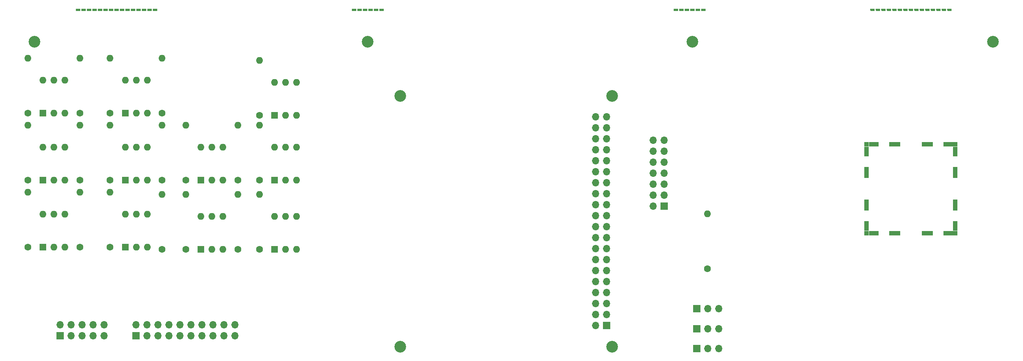
<source format=gbr>
G04 #@! TF.GenerationSoftware,KiCad,Pcbnew,(5.1.4-0-10_14)*
G04 #@! TF.CreationDate,2019-11-23T21:53:27+01:00*
G04 #@! TF.ProjectId,MVMEPI,4d564d45-5049-42e6-9b69-6361645f7063,rev?*
G04 #@! TF.SameCoordinates,Original*
G04 #@! TF.FileFunction,Soldermask,Top*
G04 #@! TF.FilePolarity,Negative*
%FSLAX46Y46*%
G04 Gerber Fmt 4.6, Leading zero omitted, Abs format (unit mm)*
G04 Created by KiCad (PCBNEW (5.1.4-0-10_14)) date 2019-11-23 21:53:27*
%MOMM*%
%LPD*%
G04 APERTURE LIST*
%ADD10C,0.100000*%
%ADD11C,0.200000*%
%ADD12R,1.000000X0.450000*%
%ADD13O,1.700000X1.700000*%
%ADD14R,1.700000X1.700000*%
%ADD15O,1.600000X1.600000*%
%ADD16C,1.600000*%
%ADD17R,2.300000X1.000000*%
%ADD18R,2.600000X1.000000*%
%ADD19R,1.000000X2.300000*%
%ADD20R,1.000000X2.600000*%
%ADD21R,1.000000X1.000000*%
%ADD22C,2.700000*%
%ADD23R,1.600000X1.600000*%
G04 APERTURE END LIST*
D10*
G36*
X193439802Y-58700061D02*
G01*
X193449509Y-58701500D01*
X193459028Y-58703885D01*
X193468268Y-58707191D01*
X193477140Y-58711387D01*
X193485557Y-58716432D01*
X193493439Y-58722278D01*
X193500711Y-58728868D01*
X193507301Y-58736140D01*
X193513147Y-58744022D01*
X193518192Y-58752439D01*
X193522388Y-58761311D01*
X193525694Y-58770551D01*
X193528079Y-58780070D01*
X193529518Y-58789777D01*
X193530000Y-58799579D01*
X193530000Y-58799581D01*
X193529518Y-58809383D01*
X193528079Y-58819090D01*
X193525694Y-58828609D01*
X193522388Y-58837849D01*
X193518192Y-58846721D01*
X193513147Y-58855138D01*
X193507301Y-58863020D01*
X193500711Y-58870292D01*
X193493439Y-58876882D01*
X193485557Y-58882728D01*
X193477140Y-58887773D01*
X193468268Y-58891969D01*
X193459028Y-58895275D01*
X193449509Y-58897660D01*
X193439802Y-58899099D01*
X193430000Y-58899581D01*
X192630000Y-58899581D01*
X192620198Y-58899099D01*
X192610491Y-58897660D01*
X192600972Y-58895275D01*
X192591732Y-58891969D01*
X192582860Y-58887773D01*
X192574443Y-58882728D01*
X192566561Y-58876882D01*
X192559289Y-58870292D01*
X192552699Y-58863020D01*
X192546853Y-58855138D01*
X192541808Y-58846721D01*
X192537612Y-58837849D01*
X192534306Y-58828609D01*
X192531921Y-58819090D01*
X192530482Y-58809383D01*
X192530000Y-58799581D01*
X192530000Y-58799579D01*
X192530482Y-58789777D01*
X192531921Y-58780070D01*
X192534306Y-58770551D01*
X192537612Y-58761311D01*
X192541808Y-58752439D01*
X192546853Y-58744022D01*
X192552699Y-58736140D01*
X192559289Y-58728868D01*
X192566561Y-58722278D01*
X192574443Y-58716432D01*
X192582860Y-58711387D01*
X192591732Y-58707191D01*
X192600972Y-58703885D01*
X192610491Y-58701500D01*
X192620198Y-58700061D01*
X192630000Y-58699579D01*
X193430000Y-58699579D01*
X193439802Y-58700061D01*
X193439802Y-58700061D01*
G37*
D11*
X193030000Y-58799580D03*
D10*
G36*
X192169802Y-58700061D02*
G01*
X192179509Y-58701500D01*
X192189028Y-58703885D01*
X192198268Y-58707191D01*
X192207140Y-58711387D01*
X192215557Y-58716432D01*
X192223439Y-58722278D01*
X192230711Y-58728868D01*
X192237301Y-58736140D01*
X192243147Y-58744022D01*
X192248192Y-58752439D01*
X192252388Y-58761311D01*
X192255694Y-58770551D01*
X192258079Y-58780070D01*
X192259518Y-58789777D01*
X192260000Y-58799579D01*
X192260000Y-58799581D01*
X192259518Y-58809383D01*
X192258079Y-58819090D01*
X192255694Y-58828609D01*
X192252388Y-58837849D01*
X192248192Y-58846721D01*
X192243147Y-58855138D01*
X192237301Y-58863020D01*
X192230711Y-58870292D01*
X192223439Y-58876882D01*
X192215557Y-58882728D01*
X192207140Y-58887773D01*
X192198268Y-58891969D01*
X192189028Y-58895275D01*
X192179509Y-58897660D01*
X192169802Y-58899099D01*
X192160000Y-58899581D01*
X191360000Y-58899581D01*
X191350198Y-58899099D01*
X191340491Y-58897660D01*
X191330972Y-58895275D01*
X191321732Y-58891969D01*
X191312860Y-58887773D01*
X191304443Y-58882728D01*
X191296561Y-58876882D01*
X191289289Y-58870292D01*
X191282699Y-58863020D01*
X191276853Y-58855138D01*
X191271808Y-58846721D01*
X191267612Y-58837849D01*
X191264306Y-58828609D01*
X191261921Y-58819090D01*
X191260482Y-58809383D01*
X191260000Y-58799581D01*
X191260000Y-58799579D01*
X191260482Y-58789777D01*
X191261921Y-58780070D01*
X191264306Y-58770551D01*
X191267612Y-58761311D01*
X191271808Y-58752439D01*
X191276853Y-58744022D01*
X191282699Y-58736140D01*
X191289289Y-58728868D01*
X191296561Y-58722278D01*
X191304443Y-58716432D01*
X191312860Y-58711387D01*
X191321732Y-58707191D01*
X191330972Y-58703885D01*
X191340491Y-58701500D01*
X191350198Y-58700061D01*
X191360000Y-58699579D01*
X192160000Y-58699579D01*
X192169802Y-58700061D01*
X192169802Y-58700061D01*
G37*
D11*
X191760000Y-58799580D03*
D10*
G36*
X190899802Y-58700061D02*
G01*
X190909509Y-58701500D01*
X190919028Y-58703885D01*
X190928268Y-58707191D01*
X190937140Y-58711387D01*
X190945557Y-58716432D01*
X190953439Y-58722278D01*
X190960711Y-58728868D01*
X190967301Y-58736140D01*
X190973147Y-58744022D01*
X190978192Y-58752439D01*
X190982388Y-58761311D01*
X190985694Y-58770551D01*
X190988079Y-58780070D01*
X190989518Y-58789777D01*
X190990000Y-58799579D01*
X190990000Y-58799581D01*
X190989518Y-58809383D01*
X190988079Y-58819090D01*
X190985694Y-58828609D01*
X190982388Y-58837849D01*
X190978192Y-58846721D01*
X190973147Y-58855138D01*
X190967301Y-58863020D01*
X190960711Y-58870292D01*
X190953439Y-58876882D01*
X190945557Y-58882728D01*
X190937140Y-58887773D01*
X190928268Y-58891969D01*
X190919028Y-58895275D01*
X190909509Y-58897660D01*
X190899802Y-58899099D01*
X190890000Y-58899581D01*
X190090000Y-58899581D01*
X190080198Y-58899099D01*
X190070491Y-58897660D01*
X190060972Y-58895275D01*
X190051732Y-58891969D01*
X190042860Y-58887773D01*
X190034443Y-58882728D01*
X190026561Y-58876882D01*
X190019289Y-58870292D01*
X190012699Y-58863020D01*
X190006853Y-58855138D01*
X190001808Y-58846721D01*
X189997612Y-58837849D01*
X189994306Y-58828609D01*
X189991921Y-58819090D01*
X189990482Y-58809383D01*
X189990000Y-58799581D01*
X189990000Y-58799579D01*
X189990482Y-58789777D01*
X189991921Y-58780070D01*
X189994306Y-58770551D01*
X189997612Y-58761311D01*
X190001808Y-58752439D01*
X190006853Y-58744022D01*
X190012699Y-58736140D01*
X190019289Y-58728868D01*
X190026561Y-58722278D01*
X190034443Y-58716432D01*
X190042860Y-58711387D01*
X190051732Y-58707191D01*
X190060972Y-58703885D01*
X190070491Y-58701500D01*
X190080198Y-58700061D01*
X190090000Y-58699579D01*
X190890000Y-58699579D01*
X190899802Y-58700061D01*
X190899802Y-58700061D01*
G37*
D11*
X190490000Y-58799580D03*
D10*
G36*
X189629802Y-58700061D02*
G01*
X189639509Y-58701500D01*
X189649028Y-58703885D01*
X189658268Y-58707191D01*
X189667140Y-58711387D01*
X189675557Y-58716432D01*
X189683439Y-58722278D01*
X189690711Y-58728868D01*
X189697301Y-58736140D01*
X189703147Y-58744022D01*
X189708192Y-58752439D01*
X189712388Y-58761311D01*
X189715694Y-58770551D01*
X189718079Y-58780070D01*
X189719518Y-58789777D01*
X189720000Y-58799579D01*
X189720000Y-58799581D01*
X189719518Y-58809383D01*
X189718079Y-58819090D01*
X189715694Y-58828609D01*
X189712388Y-58837849D01*
X189708192Y-58846721D01*
X189703147Y-58855138D01*
X189697301Y-58863020D01*
X189690711Y-58870292D01*
X189683439Y-58876882D01*
X189675557Y-58882728D01*
X189667140Y-58887773D01*
X189658268Y-58891969D01*
X189649028Y-58895275D01*
X189639509Y-58897660D01*
X189629802Y-58899099D01*
X189620000Y-58899581D01*
X188820000Y-58899581D01*
X188810198Y-58899099D01*
X188800491Y-58897660D01*
X188790972Y-58895275D01*
X188781732Y-58891969D01*
X188772860Y-58887773D01*
X188764443Y-58882728D01*
X188756561Y-58876882D01*
X188749289Y-58870292D01*
X188742699Y-58863020D01*
X188736853Y-58855138D01*
X188731808Y-58846721D01*
X188727612Y-58837849D01*
X188724306Y-58828609D01*
X188721921Y-58819090D01*
X188720482Y-58809383D01*
X188720000Y-58799581D01*
X188720000Y-58799579D01*
X188720482Y-58789777D01*
X188721921Y-58780070D01*
X188724306Y-58770551D01*
X188727612Y-58761311D01*
X188731808Y-58752439D01*
X188736853Y-58744022D01*
X188742699Y-58736140D01*
X188749289Y-58728868D01*
X188756561Y-58722278D01*
X188764443Y-58716432D01*
X188772860Y-58711387D01*
X188781732Y-58707191D01*
X188790972Y-58703885D01*
X188800491Y-58701500D01*
X188810198Y-58700061D01*
X188820000Y-58699579D01*
X189620000Y-58699579D01*
X189629802Y-58700061D01*
X189629802Y-58700061D01*
G37*
D11*
X189220000Y-58799580D03*
D10*
G36*
X188359802Y-58700061D02*
G01*
X188369509Y-58701500D01*
X188379028Y-58703885D01*
X188388268Y-58707191D01*
X188397140Y-58711387D01*
X188405557Y-58716432D01*
X188413439Y-58722278D01*
X188420711Y-58728868D01*
X188427301Y-58736140D01*
X188433147Y-58744022D01*
X188438192Y-58752439D01*
X188442388Y-58761311D01*
X188445694Y-58770551D01*
X188448079Y-58780070D01*
X188449518Y-58789777D01*
X188450000Y-58799579D01*
X188450000Y-58799581D01*
X188449518Y-58809383D01*
X188448079Y-58819090D01*
X188445694Y-58828609D01*
X188442388Y-58837849D01*
X188438192Y-58846721D01*
X188433147Y-58855138D01*
X188427301Y-58863020D01*
X188420711Y-58870292D01*
X188413439Y-58876882D01*
X188405557Y-58882728D01*
X188397140Y-58887773D01*
X188388268Y-58891969D01*
X188379028Y-58895275D01*
X188369509Y-58897660D01*
X188359802Y-58899099D01*
X188350000Y-58899581D01*
X187550000Y-58899581D01*
X187540198Y-58899099D01*
X187530491Y-58897660D01*
X187520972Y-58895275D01*
X187511732Y-58891969D01*
X187502860Y-58887773D01*
X187494443Y-58882728D01*
X187486561Y-58876882D01*
X187479289Y-58870292D01*
X187472699Y-58863020D01*
X187466853Y-58855138D01*
X187461808Y-58846721D01*
X187457612Y-58837849D01*
X187454306Y-58828609D01*
X187451921Y-58819090D01*
X187450482Y-58809383D01*
X187450000Y-58799581D01*
X187450000Y-58799579D01*
X187450482Y-58789777D01*
X187451921Y-58780070D01*
X187454306Y-58770551D01*
X187457612Y-58761311D01*
X187461808Y-58752439D01*
X187466853Y-58744022D01*
X187472699Y-58736140D01*
X187479289Y-58728868D01*
X187486561Y-58722278D01*
X187494443Y-58716432D01*
X187502860Y-58711387D01*
X187511732Y-58707191D01*
X187520972Y-58703885D01*
X187530491Y-58701500D01*
X187540198Y-58700061D01*
X187550000Y-58699579D01*
X188350000Y-58699579D01*
X188359802Y-58700061D01*
X188359802Y-58700061D01*
G37*
D11*
X187950000Y-58799580D03*
D10*
G36*
X187089802Y-58700061D02*
G01*
X187099509Y-58701500D01*
X187109028Y-58703885D01*
X187118268Y-58707191D01*
X187127140Y-58711387D01*
X187135557Y-58716432D01*
X187143439Y-58722278D01*
X187150711Y-58728868D01*
X187157301Y-58736140D01*
X187163147Y-58744022D01*
X187168192Y-58752439D01*
X187172388Y-58761311D01*
X187175694Y-58770551D01*
X187178079Y-58780070D01*
X187179518Y-58789777D01*
X187180000Y-58799579D01*
X187180000Y-58799581D01*
X187179518Y-58809383D01*
X187178079Y-58819090D01*
X187175694Y-58828609D01*
X187172388Y-58837849D01*
X187168192Y-58846721D01*
X187163147Y-58855138D01*
X187157301Y-58863020D01*
X187150711Y-58870292D01*
X187143439Y-58876882D01*
X187135557Y-58882728D01*
X187127140Y-58887773D01*
X187118268Y-58891969D01*
X187109028Y-58895275D01*
X187099509Y-58897660D01*
X187089802Y-58899099D01*
X187080000Y-58899581D01*
X186280000Y-58899581D01*
X186270198Y-58899099D01*
X186260491Y-58897660D01*
X186250972Y-58895275D01*
X186241732Y-58891969D01*
X186232860Y-58887773D01*
X186224443Y-58882728D01*
X186216561Y-58876882D01*
X186209289Y-58870292D01*
X186202699Y-58863020D01*
X186196853Y-58855138D01*
X186191808Y-58846721D01*
X186187612Y-58837849D01*
X186184306Y-58828609D01*
X186181921Y-58819090D01*
X186180482Y-58809383D01*
X186180000Y-58799581D01*
X186180000Y-58799579D01*
X186180482Y-58789777D01*
X186181921Y-58780070D01*
X186184306Y-58770551D01*
X186187612Y-58761311D01*
X186191808Y-58752439D01*
X186196853Y-58744022D01*
X186202699Y-58736140D01*
X186209289Y-58728868D01*
X186216561Y-58722278D01*
X186224443Y-58716432D01*
X186232860Y-58711387D01*
X186241732Y-58707191D01*
X186250972Y-58703885D01*
X186260491Y-58701500D01*
X186270198Y-58700061D01*
X186280000Y-58699579D01*
X187080000Y-58699579D01*
X187089802Y-58700061D01*
X187089802Y-58700061D01*
G37*
D11*
X186680000Y-58799580D03*
D12*
X193030000Y-58575000D03*
X191760000Y-58575000D03*
X190490000Y-58575000D03*
X189220000Y-58575000D03*
X187950000Y-58575000D03*
X186680000Y-58575000D03*
D10*
G36*
X119099802Y-58700061D02*
G01*
X119109509Y-58701500D01*
X119119028Y-58703885D01*
X119128268Y-58707191D01*
X119137140Y-58711387D01*
X119145557Y-58716432D01*
X119153439Y-58722278D01*
X119160711Y-58728868D01*
X119167301Y-58736140D01*
X119173147Y-58744022D01*
X119178192Y-58752439D01*
X119182388Y-58761311D01*
X119185694Y-58770551D01*
X119188079Y-58780070D01*
X119189518Y-58789777D01*
X119190000Y-58799579D01*
X119190000Y-58799581D01*
X119189518Y-58809383D01*
X119188079Y-58819090D01*
X119185694Y-58828609D01*
X119182388Y-58837849D01*
X119178192Y-58846721D01*
X119173147Y-58855138D01*
X119167301Y-58863020D01*
X119160711Y-58870292D01*
X119153439Y-58876882D01*
X119145557Y-58882728D01*
X119137140Y-58887773D01*
X119128268Y-58891969D01*
X119119028Y-58895275D01*
X119109509Y-58897660D01*
X119099802Y-58899099D01*
X119090000Y-58899581D01*
X118290000Y-58899581D01*
X118280198Y-58899099D01*
X118270491Y-58897660D01*
X118260972Y-58895275D01*
X118251732Y-58891969D01*
X118242860Y-58887773D01*
X118234443Y-58882728D01*
X118226561Y-58876882D01*
X118219289Y-58870292D01*
X118212699Y-58863020D01*
X118206853Y-58855138D01*
X118201808Y-58846721D01*
X118197612Y-58837849D01*
X118194306Y-58828609D01*
X118191921Y-58819090D01*
X118190482Y-58809383D01*
X118190000Y-58799581D01*
X118190000Y-58799579D01*
X118190482Y-58789777D01*
X118191921Y-58780070D01*
X118194306Y-58770551D01*
X118197612Y-58761311D01*
X118201808Y-58752439D01*
X118206853Y-58744022D01*
X118212699Y-58736140D01*
X118219289Y-58728868D01*
X118226561Y-58722278D01*
X118234443Y-58716432D01*
X118242860Y-58711387D01*
X118251732Y-58707191D01*
X118260972Y-58703885D01*
X118270491Y-58701500D01*
X118280198Y-58700061D01*
X118290000Y-58699579D01*
X119090000Y-58699579D01*
X119099802Y-58700061D01*
X119099802Y-58700061D01*
G37*
D11*
X118690000Y-58799580D03*
D10*
G36*
X117829802Y-58700061D02*
G01*
X117839509Y-58701500D01*
X117849028Y-58703885D01*
X117858268Y-58707191D01*
X117867140Y-58711387D01*
X117875557Y-58716432D01*
X117883439Y-58722278D01*
X117890711Y-58728868D01*
X117897301Y-58736140D01*
X117903147Y-58744022D01*
X117908192Y-58752439D01*
X117912388Y-58761311D01*
X117915694Y-58770551D01*
X117918079Y-58780070D01*
X117919518Y-58789777D01*
X117920000Y-58799579D01*
X117920000Y-58799581D01*
X117919518Y-58809383D01*
X117918079Y-58819090D01*
X117915694Y-58828609D01*
X117912388Y-58837849D01*
X117908192Y-58846721D01*
X117903147Y-58855138D01*
X117897301Y-58863020D01*
X117890711Y-58870292D01*
X117883439Y-58876882D01*
X117875557Y-58882728D01*
X117867140Y-58887773D01*
X117858268Y-58891969D01*
X117849028Y-58895275D01*
X117839509Y-58897660D01*
X117829802Y-58899099D01*
X117820000Y-58899581D01*
X117020000Y-58899581D01*
X117010198Y-58899099D01*
X117000491Y-58897660D01*
X116990972Y-58895275D01*
X116981732Y-58891969D01*
X116972860Y-58887773D01*
X116964443Y-58882728D01*
X116956561Y-58876882D01*
X116949289Y-58870292D01*
X116942699Y-58863020D01*
X116936853Y-58855138D01*
X116931808Y-58846721D01*
X116927612Y-58837849D01*
X116924306Y-58828609D01*
X116921921Y-58819090D01*
X116920482Y-58809383D01*
X116920000Y-58799581D01*
X116920000Y-58799579D01*
X116920482Y-58789777D01*
X116921921Y-58780070D01*
X116924306Y-58770551D01*
X116927612Y-58761311D01*
X116931808Y-58752439D01*
X116936853Y-58744022D01*
X116942699Y-58736140D01*
X116949289Y-58728868D01*
X116956561Y-58722278D01*
X116964443Y-58716432D01*
X116972860Y-58711387D01*
X116981732Y-58707191D01*
X116990972Y-58703885D01*
X117000491Y-58701500D01*
X117010198Y-58700061D01*
X117020000Y-58699579D01*
X117820000Y-58699579D01*
X117829802Y-58700061D01*
X117829802Y-58700061D01*
G37*
D11*
X117420000Y-58799580D03*
D10*
G36*
X116559802Y-58700061D02*
G01*
X116569509Y-58701500D01*
X116579028Y-58703885D01*
X116588268Y-58707191D01*
X116597140Y-58711387D01*
X116605557Y-58716432D01*
X116613439Y-58722278D01*
X116620711Y-58728868D01*
X116627301Y-58736140D01*
X116633147Y-58744022D01*
X116638192Y-58752439D01*
X116642388Y-58761311D01*
X116645694Y-58770551D01*
X116648079Y-58780070D01*
X116649518Y-58789777D01*
X116650000Y-58799579D01*
X116650000Y-58799581D01*
X116649518Y-58809383D01*
X116648079Y-58819090D01*
X116645694Y-58828609D01*
X116642388Y-58837849D01*
X116638192Y-58846721D01*
X116633147Y-58855138D01*
X116627301Y-58863020D01*
X116620711Y-58870292D01*
X116613439Y-58876882D01*
X116605557Y-58882728D01*
X116597140Y-58887773D01*
X116588268Y-58891969D01*
X116579028Y-58895275D01*
X116569509Y-58897660D01*
X116559802Y-58899099D01*
X116550000Y-58899581D01*
X115750000Y-58899581D01*
X115740198Y-58899099D01*
X115730491Y-58897660D01*
X115720972Y-58895275D01*
X115711732Y-58891969D01*
X115702860Y-58887773D01*
X115694443Y-58882728D01*
X115686561Y-58876882D01*
X115679289Y-58870292D01*
X115672699Y-58863020D01*
X115666853Y-58855138D01*
X115661808Y-58846721D01*
X115657612Y-58837849D01*
X115654306Y-58828609D01*
X115651921Y-58819090D01*
X115650482Y-58809383D01*
X115650000Y-58799581D01*
X115650000Y-58799579D01*
X115650482Y-58789777D01*
X115651921Y-58780070D01*
X115654306Y-58770551D01*
X115657612Y-58761311D01*
X115661808Y-58752439D01*
X115666853Y-58744022D01*
X115672699Y-58736140D01*
X115679289Y-58728868D01*
X115686561Y-58722278D01*
X115694443Y-58716432D01*
X115702860Y-58711387D01*
X115711732Y-58707191D01*
X115720972Y-58703885D01*
X115730491Y-58701500D01*
X115740198Y-58700061D01*
X115750000Y-58699579D01*
X116550000Y-58699579D01*
X116559802Y-58700061D01*
X116559802Y-58700061D01*
G37*
D11*
X116150000Y-58799580D03*
D10*
G36*
X115289802Y-58700061D02*
G01*
X115299509Y-58701500D01*
X115309028Y-58703885D01*
X115318268Y-58707191D01*
X115327140Y-58711387D01*
X115335557Y-58716432D01*
X115343439Y-58722278D01*
X115350711Y-58728868D01*
X115357301Y-58736140D01*
X115363147Y-58744022D01*
X115368192Y-58752439D01*
X115372388Y-58761311D01*
X115375694Y-58770551D01*
X115378079Y-58780070D01*
X115379518Y-58789777D01*
X115380000Y-58799579D01*
X115380000Y-58799581D01*
X115379518Y-58809383D01*
X115378079Y-58819090D01*
X115375694Y-58828609D01*
X115372388Y-58837849D01*
X115368192Y-58846721D01*
X115363147Y-58855138D01*
X115357301Y-58863020D01*
X115350711Y-58870292D01*
X115343439Y-58876882D01*
X115335557Y-58882728D01*
X115327140Y-58887773D01*
X115318268Y-58891969D01*
X115309028Y-58895275D01*
X115299509Y-58897660D01*
X115289802Y-58899099D01*
X115280000Y-58899581D01*
X114480000Y-58899581D01*
X114470198Y-58899099D01*
X114460491Y-58897660D01*
X114450972Y-58895275D01*
X114441732Y-58891969D01*
X114432860Y-58887773D01*
X114424443Y-58882728D01*
X114416561Y-58876882D01*
X114409289Y-58870292D01*
X114402699Y-58863020D01*
X114396853Y-58855138D01*
X114391808Y-58846721D01*
X114387612Y-58837849D01*
X114384306Y-58828609D01*
X114381921Y-58819090D01*
X114380482Y-58809383D01*
X114380000Y-58799581D01*
X114380000Y-58799579D01*
X114380482Y-58789777D01*
X114381921Y-58780070D01*
X114384306Y-58770551D01*
X114387612Y-58761311D01*
X114391808Y-58752439D01*
X114396853Y-58744022D01*
X114402699Y-58736140D01*
X114409289Y-58728868D01*
X114416561Y-58722278D01*
X114424443Y-58716432D01*
X114432860Y-58711387D01*
X114441732Y-58707191D01*
X114450972Y-58703885D01*
X114460491Y-58701500D01*
X114470198Y-58700061D01*
X114480000Y-58699579D01*
X115280000Y-58699579D01*
X115289802Y-58700061D01*
X115289802Y-58700061D01*
G37*
D11*
X114880000Y-58799580D03*
D10*
G36*
X114019802Y-58700061D02*
G01*
X114029509Y-58701500D01*
X114039028Y-58703885D01*
X114048268Y-58707191D01*
X114057140Y-58711387D01*
X114065557Y-58716432D01*
X114073439Y-58722278D01*
X114080711Y-58728868D01*
X114087301Y-58736140D01*
X114093147Y-58744022D01*
X114098192Y-58752439D01*
X114102388Y-58761311D01*
X114105694Y-58770551D01*
X114108079Y-58780070D01*
X114109518Y-58789777D01*
X114110000Y-58799579D01*
X114110000Y-58799581D01*
X114109518Y-58809383D01*
X114108079Y-58819090D01*
X114105694Y-58828609D01*
X114102388Y-58837849D01*
X114098192Y-58846721D01*
X114093147Y-58855138D01*
X114087301Y-58863020D01*
X114080711Y-58870292D01*
X114073439Y-58876882D01*
X114065557Y-58882728D01*
X114057140Y-58887773D01*
X114048268Y-58891969D01*
X114039028Y-58895275D01*
X114029509Y-58897660D01*
X114019802Y-58899099D01*
X114010000Y-58899581D01*
X113210000Y-58899581D01*
X113200198Y-58899099D01*
X113190491Y-58897660D01*
X113180972Y-58895275D01*
X113171732Y-58891969D01*
X113162860Y-58887773D01*
X113154443Y-58882728D01*
X113146561Y-58876882D01*
X113139289Y-58870292D01*
X113132699Y-58863020D01*
X113126853Y-58855138D01*
X113121808Y-58846721D01*
X113117612Y-58837849D01*
X113114306Y-58828609D01*
X113111921Y-58819090D01*
X113110482Y-58809383D01*
X113110000Y-58799581D01*
X113110000Y-58799579D01*
X113110482Y-58789777D01*
X113111921Y-58780070D01*
X113114306Y-58770551D01*
X113117612Y-58761311D01*
X113121808Y-58752439D01*
X113126853Y-58744022D01*
X113132699Y-58736140D01*
X113139289Y-58728868D01*
X113146561Y-58722278D01*
X113154443Y-58716432D01*
X113162860Y-58711387D01*
X113171732Y-58707191D01*
X113180972Y-58703885D01*
X113190491Y-58701500D01*
X113200198Y-58700061D01*
X113210000Y-58699579D01*
X114010000Y-58699579D01*
X114019802Y-58700061D01*
X114019802Y-58700061D01*
G37*
D11*
X113610000Y-58799580D03*
D10*
G36*
X112749802Y-58700061D02*
G01*
X112759509Y-58701500D01*
X112769028Y-58703885D01*
X112778268Y-58707191D01*
X112787140Y-58711387D01*
X112795557Y-58716432D01*
X112803439Y-58722278D01*
X112810711Y-58728868D01*
X112817301Y-58736140D01*
X112823147Y-58744022D01*
X112828192Y-58752439D01*
X112832388Y-58761311D01*
X112835694Y-58770551D01*
X112838079Y-58780070D01*
X112839518Y-58789777D01*
X112840000Y-58799579D01*
X112840000Y-58799581D01*
X112839518Y-58809383D01*
X112838079Y-58819090D01*
X112835694Y-58828609D01*
X112832388Y-58837849D01*
X112828192Y-58846721D01*
X112823147Y-58855138D01*
X112817301Y-58863020D01*
X112810711Y-58870292D01*
X112803439Y-58876882D01*
X112795557Y-58882728D01*
X112787140Y-58887773D01*
X112778268Y-58891969D01*
X112769028Y-58895275D01*
X112759509Y-58897660D01*
X112749802Y-58899099D01*
X112740000Y-58899581D01*
X111940000Y-58899581D01*
X111930198Y-58899099D01*
X111920491Y-58897660D01*
X111910972Y-58895275D01*
X111901732Y-58891969D01*
X111892860Y-58887773D01*
X111884443Y-58882728D01*
X111876561Y-58876882D01*
X111869289Y-58870292D01*
X111862699Y-58863020D01*
X111856853Y-58855138D01*
X111851808Y-58846721D01*
X111847612Y-58837849D01*
X111844306Y-58828609D01*
X111841921Y-58819090D01*
X111840482Y-58809383D01*
X111840000Y-58799581D01*
X111840000Y-58799579D01*
X111840482Y-58789777D01*
X111841921Y-58780070D01*
X111844306Y-58770551D01*
X111847612Y-58761311D01*
X111851808Y-58752439D01*
X111856853Y-58744022D01*
X111862699Y-58736140D01*
X111869289Y-58728868D01*
X111876561Y-58722278D01*
X111884443Y-58716432D01*
X111892860Y-58711387D01*
X111901732Y-58707191D01*
X111910972Y-58703885D01*
X111920491Y-58701500D01*
X111930198Y-58700061D01*
X111940000Y-58699579D01*
X112740000Y-58699579D01*
X112749802Y-58700061D01*
X112749802Y-58700061D01*
G37*
D11*
X112340000Y-58799580D03*
D12*
X118690000Y-58575000D03*
X117420000Y-58575000D03*
X116150000Y-58575000D03*
X114880000Y-58575000D03*
X113610000Y-58575000D03*
X112340000Y-58575000D03*
D10*
G36*
X250299802Y-58700061D02*
G01*
X250309509Y-58701500D01*
X250319028Y-58703885D01*
X250328268Y-58707191D01*
X250337140Y-58711387D01*
X250345557Y-58716432D01*
X250353439Y-58722278D01*
X250360711Y-58728868D01*
X250367301Y-58736140D01*
X250373147Y-58744022D01*
X250378192Y-58752439D01*
X250382388Y-58761311D01*
X250385694Y-58770551D01*
X250388079Y-58780070D01*
X250389518Y-58789777D01*
X250390000Y-58799579D01*
X250390000Y-58799581D01*
X250389518Y-58809383D01*
X250388079Y-58819090D01*
X250385694Y-58828609D01*
X250382388Y-58837849D01*
X250378192Y-58846721D01*
X250373147Y-58855138D01*
X250367301Y-58863020D01*
X250360711Y-58870292D01*
X250353439Y-58876882D01*
X250345557Y-58882728D01*
X250337140Y-58887773D01*
X250328268Y-58891969D01*
X250319028Y-58895275D01*
X250309509Y-58897660D01*
X250299802Y-58899099D01*
X250290000Y-58899581D01*
X249490000Y-58899581D01*
X249480198Y-58899099D01*
X249470491Y-58897660D01*
X249460972Y-58895275D01*
X249451732Y-58891969D01*
X249442860Y-58887773D01*
X249434443Y-58882728D01*
X249426561Y-58876882D01*
X249419289Y-58870292D01*
X249412699Y-58863020D01*
X249406853Y-58855138D01*
X249401808Y-58846721D01*
X249397612Y-58837849D01*
X249394306Y-58828609D01*
X249391921Y-58819090D01*
X249390482Y-58809383D01*
X249390000Y-58799581D01*
X249390000Y-58799579D01*
X249390482Y-58789777D01*
X249391921Y-58780070D01*
X249394306Y-58770551D01*
X249397612Y-58761311D01*
X249401808Y-58752439D01*
X249406853Y-58744022D01*
X249412699Y-58736140D01*
X249419289Y-58728868D01*
X249426561Y-58722278D01*
X249434443Y-58716432D01*
X249442860Y-58711387D01*
X249451732Y-58707191D01*
X249460972Y-58703885D01*
X249470491Y-58701500D01*
X249480198Y-58700061D01*
X249490000Y-58699579D01*
X250290000Y-58699579D01*
X250299802Y-58700061D01*
X250299802Y-58700061D01*
G37*
D11*
X249890000Y-58799580D03*
D10*
G36*
X249029802Y-58700061D02*
G01*
X249039509Y-58701500D01*
X249049028Y-58703885D01*
X249058268Y-58707191D01*
X249067140Y-58711387D01*
X249075557Y-58716432D01*
X249083439Y-58722278D01*
X249090711Y-58728868D01*
X249097301Y-58736140D01*
X249103147Y-58744022D01*
X249108192Y-58752439D01*
X249112388Y-58761311D01*
X249115694Y-58770551D01*
X249118079Y-58780070D01*
X249119518Y-58789777D01*
X249120000Y-58799579D01*
X249120000Y-58799581D01*
X249119518Y-58809383D01*
X249118079Y-58819090D01*
X249115694Y-58828609D01*
X249112388Y-58837849D01*
X249108192Y-58846721D01*
X249103147Y-58855138D01*
X249097301Y-58863020D01*
X249090711Y-58870292D01*
X249083439Y-58876882D01*
X249075557Y-58882728D01*
X249067140Y-58887773D01*
X249058268Y-58891969D01*
X249049028Y-58895275D01*
X249039509Y-58897660D01*
X249029802Y-58899099D01*
X249020000Y-58899581D01*
X248220000Y-58899581D01*
X248210198Y-58899099D01*
X248200491Y-58897660D01*
X248190972Y-58895275D01*
X248181732Y-58891969D01*
X248172860Y-58887773D01*
X248164443Y-58882728D01*
X248156561Y-58876882D01*
X248149289Y-58870292D01*
X248142699Y-58863020D01*
X248136853Y-58855138D01*
X248131808Y-58846721D01*
X248127612Y-58837849D01*
X248124306Y-58828609D01*
X248121921Y-58819090D01*
X248120482Y-58809383D01*
X248120000Y-58799581D01*
X248120000Y-58799579D01*
X248120482Y-58789777D01*
X248121921Y-58780070D01*
X248124306Y-58770551D01*
X248127612Y-58761311D01*
X248131808Y-58752439D01*
X248136853Y-58744022D01*
X248142699Y-58736140D01*
X248149289Y-58728868D01*
X248156561Y-58722278D01*
X248164443Y-58716432D01*
X248172860Y-58711387D01*
X248181732Y-58707191D01*
X248190972Y-58703885D01*
X248200491Y-58701500D01*
X248210198Y-58700061D01*
X248220000Y-58699579D01*
X249020000Y-58699579D01*
X249029802Y-58700061D01*
X249029802Y-58700061D01*
G37*
D11*
X248620000Y-58799580D03*
D10*
G36*
X247759802Y-58700061D02*
G01*
X247769509Y-58701500D01*
X247779028Y-58703885D01*
X247788268Y-58707191D01*
X247797140Y-58711387D01*
X247805557Y-58716432D01*
X247813439Y-58722278D01*
X247820711Y-58728868D01*
X247827301Y-58736140D01*
X247833147Y-58744022D01*
X247838192Y-58752439D01*
X247842388Y-58761311D01*
X247845694Y-58770551D01*
X247848079Y-58780070D01*
X247849518Y-58789777D01*
X247850000Y-58799579D01*
X247850000Y-58799581D01*
X247849518Y-58809383D01*
X247848079Y-58819090D01*
X247845694Y-58828609D01*
X247842388Y-58837849D01*
X247838192Y-58846721D01*
X247833147Y-58855138D01*
X247827301Y-58863020D01*
X247820711Y-58870292D01*
X247813439Y-58876882D01*
X247805557Y-58882728D01*
X247797140Y-58887773D01*
X247788268Y-58891969D01*
X247779028Y-58895275D01*
X247769509Y-58897660D01*
X247759802Y-58899099D01*
X247750000Y-58899581D01*
X246950000Y-58899581D01*
X246940198Y-58899099D01*
X246930491Y-58897660D01*
X246920972Y-58895275D01*
X246911732Y-58891969D01*
X246902860Y-58887773D01*
X246894443Y-58882728D01*
X246886561Y-58876882D01*
X246879289Y-58870292D01*
X246872699Y-58863020D01*
X246866853Y-58855138D01*
X246861808Y-58846721D01*
X246857612Y-58837849D01*
X246854306Y-58828609D01*
X246851921Y-58819090D01*
X246850482Y-58809383D01*
X246850000Y-58799581D01*
X246850000Y-58799579D01*
X246850482Y-58789777D01*
X246851921Y-58780070D01*
X246854306Y-58770551D01*
X246857612Y-58761311D01*
X246861808Y-58752439D01*
X246866853Y-58744022D01*
X246872699Y-58736140D01*
X246879289Y-58728868D01*
X246886561Y-58722278D01*
X246894443Y-58716432D01*
X246902860Y-58711387D01*
X246911732Y-58707191D01*
X246920972Y-58703885D01*
X246930491Y-58701500D01*
X246940198Y-58700061D01*
X246950000Y-58699579D01*
X247750000Y-58699579D01*
X247759802Y-58700061D01*
X247759802Y-58700061D01*
G37*
D11*
X247350000Y-58799580D03*
D10*
G36*
X246489802Y-58700061D02*
G01*
X246499509Y-58701500D01*
X246509028Y-58703885D01*
X246518268Y-58707191D01*
X246527140Y-58711387D01*
X246535557Y-58716432D01*
X246543439Y-58722278D01*
X246550711Y-58728868D01*
X246557301Y-58736140D01*
X246563147Y-58744022D01*
X246568192Y-58752439D01*
X246572388Y-58761311D01*
X246575694Y-58770551D01*
X246578079Y-58780070D01*
X246579518Y-58789777D01*
X246580000Y-58799579D01*
X246580000Y-58799581D01*
X246579518Y-58809383D01*
X246578079Y-58819090D01*
X246575694Y-58828609D01*
X246572388Y-58837849D01*
X246568192Y-58846721D01*
X246563147Y-58855138D01*
X246557301Y-58863020D01*
X246550711Y-58870292D01*
X246543439Y-58876882D01*
X246535557Y-58882728D01*
X246527140Y-58887773D01*
X246518268Y-58891969D01*
X246509028Y-58895275D01*
X246499509Y-58897660D01*
X246489802Y-58899099D01*
X246480000Y-58899581D01*
X245680000Y-58899581D01*
X245670198Y-58899099D01*
X245660491Y-58897660D01*
X245650972Y-58895275D01*
X245641732Y-58891969D01*
X245632860Y-58887773D01*
X245624443Y-58882728D01*
X245616561Y-58876882D01*
X245609289Y-58870292D01*
X245602699Y-58863020D01*
X245596853Y-58855138D01*
X245591808Y-58846721D01*
X245587612Y-58837849D01*
X245584306Y-58828609D01*
X245581921Y-58819090D01*
X245580482Y-58809383D01*
X245580000Y-58799581D01*
X245580000Y-58799579D01*
X245580482Y-58789777D01*
X245581921Y-58780070D01*
X245584306Y-58770551D01*
X245587612Y-58761311D01*
X245591808Y-58752439D01*
X245596853Y-58744022D01*
X245602699Y-58736140D01*
X245609289Y-58728868D01*
X245616561Y-58722278D01*
X245624443Y-58716432D01*
X245632860Y-58711387D01*
X245641732Y-58707191D01*
X245650972Y-58703885D01*
X245660491Y-58701500D01*
X245670198Y-58700061D01*
X245680000Y-58699579D01*
X246480000Y-58699579D01*
X246489802Y-58700061D01*
X246489802Y-58700061D01*
G37*
D11*
X246080000Y-58799580D03*
D10*
G36*
X245219802Y-58700061D02*
G01*
X245229509Y-58701500D01*
X245239028Y-58703885D01*
X245248268Y-58707191D01*
X245257140Y-58711387D01*
X245265557Y-58716432D01*
X245273439Y-58722278D01*
X245280711Y-58728868D01*
X245287301Y-58736140D01*
X245293147Y-58744022D01*
X245298192Y-58752439D01*
X245302388Y-58761311D01*
X245305694Y-58770551D01*
X245308079Y-58780070D01*
X245309518Y-58789777D01*
X245310000Y-58799579D01*
X245310000Y-58799581D01*
X245309518Y-58809383D01*
X245308079Y-58819090D01*
X245305694Y-58828609D01*
X245302388Y-58837849D01*
X245298192Y-58846721D01*
X245293147Y-58855138D01*
X245287301Y-58863020D01*
X245280711Y-58870292D01*
X245273439Y-58876882D01*
X245265557Y-58882728D01*
X245257140Y-58887773D01*
X245248268Y-58891969D01*
X245239028Y-58895275D01*
X245229509Y-58897660D01*
X245219802Y-58899099D01*
X245210000Y-58899581D01*
X244410000Y-58899581D01*
X244400198Y-58899099D01*
X244390491Y-58897660D01*
X244380972Y-58895275D01*
X244371732Y-58891969D01*
X244362860Y-58887773D01*
X244354443Y-58882728D01*
X244346561Y-58876882D01*
X244339289Y-58870292D01*
X244332699Y-58863020D01*
X244326853Y-58855138D01*
X244321808Y-58846721D01*
X244317612Y-58837849D01*
X244314306Y-58828609D01*
X244311921Y-58819090D01*
X244310482Y-58809383D01*
X244310000Y-58799581D01*
X244310000Y-58799579D01*
X244310482Y-58789777D01*
X244311921Y-58780070D01*
X244314306Y-58770551D01*
X244317612Y-58761311D01*
X244321808Y-58752439D01*
X244326853Y-58744022D01*
X244332699Y-58736140D01*
X244339289Y-58728868D01*
X244346561Y-58722278D01*
X244354443Y-58716432D01*
X244362860Y-58711387D01*
X244371732Y-58707191D01*
X244380972Y-58703885D01*
X244390491Y-58701500D01*
X244400198Y-58700061D01*
X244410000Y-58699579D01*
X245210000Y-58699579D01*
X245219802Y-58700061D01*
X245219802Y-58700061D01*
G37*
D11*
X244810000Y-58799580D03*
D10*
G36*
X243949802Y-58700061D02*
G01*
X243959509Y-58701500D01*
X243969028Y-58703885D01*
X243978268Y-58707191D01*
X243987140Y-58711387D01*
X243995557Y-58716432D01*
X244003439Y-58722278D01*
X244010711Y-58728868D01*
X244017301Y-58736140D01*
X244023147Y-58744022D01*
X244028192Y-58752439D01*
X244032388Y-58761311D01*
X244035694Y-58770551D01*
X244038079Y-58780070D01*
X244039518Y-58789777D01*
X244040000Y-58799579D01*
X244040000Y-58799581D01*
X244039518Y-58809383D01*
X244038079Y-58819090D01*
X244035694Y-58828609D01*
X244032388Y-58837849D01*
X244028192Y-58846721D01*
X244023147Y-58855138D01*
X244017301Y-58863020D01*
X244010711Y-58870292D01*
X244003439Y-58876882D01*
X243995557Y-58882728D01*
X243987140Y-58887773D01*
X243978268Y-58891969D01*
X243969028Y-58895275D01*
X243959509Y-58897660D01*
X243949802Y-58899099D01*
X243940000Y-58899581D01*
X243140000Y-58899581D01*
X243130198Y-58899099D01*
X243120491Y-58897660D01*
X243110972Y-58895275D01*
X243101732Y-58891969D01*
X243092860Y-58887773D01*
X243084443Y-58882728D01*
X243076561Y-58876882D01*
X243069289Y-58870292D01*
X243062699Y-58863020D01*
X243056853Y-58855138D01*
X243051808Y-58846721D01*
X243047612Y-58837849D01*
X243044306Y-58828609D01*
X243041921Y-58819090D01*
X243040482Y-58809383D01*
X243040000Y-58799581D01*
X243040000Y-58799579D01*
X243040482Y-58789777D01*
X243041921Y-58780070D01*
X243044306Y-58770551D01*
X243047612Y-58761311D01*
X243051808Y-58752439D01*
X243056853Y-58744022D01*
X243062699Y-58736140D01*
X243069289Y-58728868D01*
X243076561Y-58722278D01*
X243084443Y-58716432D01*
X243092860Y-58711387D01*
X243101732Y-58707191D01*
X243110972Y-58703885D01*
X243120491Y-58701500D01*
X243130198Y-58700061D01*
X243140000Y-58699579D01*
X243940000Y-58699579D01*
X243949802Y-58700061D01*
X243949802Y-58700061D01*
G37*
D11*
X243540000Y-58799580D03*
D10*
G36*
X242679802Y-58700061D02*
G01*
X242689509Y-58701500D01*
X242699028Y-58703885D01*
X242708268Y-58707191D01*
X242717140Y-58711387D01*
X242725557Y-58716432D01*
X242733439Y-58722278D01*
X242740711Y-58728868D01*
X242747301Y-58736140D01*
X242753147Y-58744022D01*
X242758192Y-58752439D01*
X242762388Y-58761311D01*
X242765694Y-58770551D01*
X242768079Y-58780070D01*
X242769518Y-58789777D01*
X242770000Y-58799579D01*
X242770000Y-58799581D01*
X242769518Y-58809383D01*
X242768079Y-58819090D01*
X242765694Y-58828609D01*
X242762388Y-58837849D01*
X242758192Y-58846721D01*
X242753147Y-58855138D01*
X242747301Y-58863020D01*
X242740711Y-58870292D01*
X242733439Y-58876882D01*
X242725557Y-58882728D01*
X242717140Y-58887773D01*
X242708268Y-58891969D01*
X242699028Y-58895275D01*
X242689509Y-58897660D01*
X242679802Y-58899099D01*
X242670000Y-58899581D01*
X241870000Y-58899581D01*
X241860198Y-58899099D01*
X241850491Y-58897660D01*
X241840972Y-58895275D01*
X241831732Y-58891969D01*
X241822860Y-58887773D01*
X241814443Y-58882728D01*
X241806561Y-58876882D01*
X241799289Y-58870292D01*
X241792699Y-58863020D01*
X241786853Y-58855138D01*
X241781808Y-58846721D01*
X241777612Y-58837849D01*
X241774306Y-58828609D01*
X241771921Y-58819090D01*
X241770482Y-58809383D01*
X241770000Y-58799581D01*
X241770000Y-58799579D01*
X241770482Y-58789777D01*
X241771921Y-58780070D01*
X241774306Y-58770551D01*
X241777612Y-58761311D01*
X241781808Y-58752439D01*
X241786853Y-58744022D01*
X241792699Y-58736140D01*
X241799289Y-58728868D01*
X241806561Y-58722278D01*
X241814443Y-58716432D01*
X241822860Y-58711387D01*
X241831732Y-58707191D01*
X241840972Y-58703885D01*
X241850491Y-58701500D01*
X241860198Y-58700061D01*
X241870000Y-58699579D01*
X242670000Y-58699579D01*
X242679802Y-58700061D01*
X242679802Y-58700061D01*
G37*
D11*
X242270000Y-58799580D03*
D10*
G36*
X241409802Y-58700061D02*
G01*
X241419509Y-58701500D01*
X241429028Y-58703885D01*
X241438268Y-58707191D01*
X241447140Y-58711387D01*
X241455557Y-58716432D01*
X241463439Y-58722278D01*
X241470711Y-58728868D01*
X241477301Y-58736140D01*
X241483147Y-58744022D01*
X241488192Y-58752439D01*
X241492388Y-58761311D01*
X241495694Y-58770551D01*
X241498079Y-58780070D01*
X241499518Y-58789777D01*
X241500000Y-58799579D01*
X241500000Y-58799581D01*
X241499518Y-58809383D01*
X241498079Y-58819090D01*
X241495694Y-58828609D01*
X241492388Y-58837849D01*
X241488192Y-58846721D01*
X241483147Y-58855138D01*
X241477301Y-58863020D01*
X241470711Y-58870292D01*
X241463439Y-58876882D01*
X241455557Y-58882728D01*
X241447140Y-58887773D01*
X241438268Y-58891969D01*
X241429028Y-58895275D01*
X241419509Y-58897660D01*
X241409802Y-58899099D01*
X241400000Y-58899581D01*
X240600000Y-58899581D01*
X240590198Y-58899099D01*
X240580491Y-58897660D01*
X240570972Y-58895275D01*
X240561732Y-58891969D01*
X240552860Y-58887773D01*
X240544443Y-58882728D01*
X240536561Y-58876882D01*
X240529289Y-58870292D01*
X240522699Y-58863020D01*
X240516853Y-58855138D01*
X240511808Y-58846721D01*
X240507612Y-58837849D01*
X240504306Y-58828609D01*
X240501921Y-58819090D01*
X240500482Y-58809383D01*
X240500000Y-58799581D01*
X240500000Y-58799579D01*
X240500482Y-58789777D01*
X240501921Y-58780070D01*
X240504306Y-58770551D01*
X240507612Y-58761311D01*
X240511808Y-58752439D01*
X240516853Y-58744022D01*
X240522699Y-58736140D01*
X240529289Y-58728868D01*
X240536561Y-58722278D01*
X240544443Y-58716432D01*
X240552860Y-58711387D01*
X240561732Y-58707191D01*
X240570972Y-58703885D01*
X240580491Y-58701500D01*
X240590198Y-58700061D01*
X240600000Y-58699579D01*
X241400000Y-58699579D01*
X241409802Y-58700061D01*
X241409802Y-58700061D01*
G37*
D11*
X241000000Y-58799580D03*
D10*
G36*
X240139802Y-58700061D02*
G01*
X240149509Y-58701500D01*
X240159028Y-58703885D01*
X240168268Y-58707191D01*
X240177140Y-58711387D01*
X240185557Y-58716432D01*
X240193439Y-58722278D01*
X240200711Y-58728868D01*
X240207301Y-58736140D01*
X240213147Y-58744022D01*
X240218192Y-58752439D01*
X240222388Y-58761311D01*
X240225694Y-58770551D01*
X240228079Y-58780070D01*
X240229518Y-58789777D01*
X240230000Y-58799579D01*
X240230000Y-58799581D01*
X240229518Y-58809383D01*
X240228079Y-58819090D01*
X240225694Y-58828609D01*
X240222388Y-58837849D01*
X240218192Y-58846721D01*
X240213147Y-58855138D01*
X240207301Y-58863020D01*
X240200711Y-58870292D01*
X240193439Y-58876882D01*
X240185557Y-58882728D01*
X240177140Y-58887773D01*
X240168268Y-58891969D01*
X240159028Y-58895275D01*
X240149509Y-58897660D01*
X240139802Y-58899099D01*
X240130000Y-58899581D01*
X239330000Y-58899581D01*
X239320198Y-58899099D01*
X239310491Y-58897660D01*
X239300972Y-58895275D01*
X239291732Y-58891969D01*
X239282860Y-58887773D01*
X239274443Y-58882728D01*
X239266561Y-58876882D01*
X239259289Y-58870292D01*
X239252699Y-58863020D01*
X239246853Y-58855138D01*
X239241808Y-58846721D01*
X239237612Y-58837849D01*
X239234306Y-58828609D01*
X239231921Y-58819090D01*
X239230482Y-58809383D01*
X239230000Y-58799581D01*
X239230000Y-58799579D01*
X239230482Y-58789777D01*
X239231921Y-58780070D01*
X239234306Y-58770551D01*
X239237612Y-58761311D01*
X239241808Y-58752439D01*
X239246853Y-58744022D01*
X239252699Y-58736140D01*
X239259289Y-58728868D01*
X239266561Y-58722278D01*
X239274443Y-58716432D01*
X239282860Y-58711387D01*
X239291732Y-58707191D01*
X239300972Y-58703885D01*
X239310491Y-58701500D01*
X239320198Y-58700061D01*
X239330000Y-58699579D01*
X240130000Y-58699579D01*
X240139802Y-58700061D01*
X240139802Y-58700061D01*
G37*
D11*
X239730000Y-58799580D03*
D10*
G36*
X238869802Y-58700061D02*
G01*
X238879509Y-58701500D01*
X238889028Y-58703885D01*
X238898268Y-58707191D01*
X238907140Y-58711387D01*
X238915557Y-58716432D01*
X238923439Y-58722278D01*
X238930711Y-58728868D01*
X238937301Y-58736140D01*
X238943147Y-58744022D01*
X238948192Y-58752439D01*
X238952388Y-58761311D01*
X238955694Y-58770551D01*
X238958079Y-58780070D01*
X238959518Y-58789777D01*
X238960000Y-58799579D01*
X238960000Y-58799581D01*
X238959518Y-58809383D01*
X238958079Y-58819090D01*
X238955694Y-58828609D01*
X238952388Y-58837849D01*
X238948192Y-58846721D01*
X238943147Y-58855138D01*
X238937301Y-58863020D01*
X238930711Y-58870292D01*
X238923439Y-58876882D01*
X238915557Y-58882728D01*
X238907140Y-58887773D01*
X238898268Y-58891969D01*
X238889028Y-58895275D01*
X238879509Y-58897660D01*
X238869802Y-58899099D01*
X238860000Y-58899581D01*
X238060000Y-58899581D01*
X238050198Y-58899099D01*
X238040491Y-58897660D01*
X238030972Y-58895275D01*
X238021732Y-58891969D01*
X238012860Y-58887773D01*
X238004443Y-58882728D01*
X237996561Y-58876882D01*
X237989289Y-58870292D01*
X237982699Y-58863020D01*
X237976853Y-58855138D01*
X237971808Y-58846721D01*
X237967612Y-58837849D01*
X237964306Y-58828609D01*
X237961921Y-58819090D01*
X237960482Y-58809383D01*
X237960000Y-58799581D01*
X237960000Y-58799579D01*
X237960482Y-58789777D01*
X237961921Y-58780070D01*
X237964306Y-58770551D01*
X237967612Y-58761311D01*
X237971808Y-58752439D01*
X237976853Y-58744022D01*
X237982699Y-58736140D01*
X237989289Y-58728868D01*
X237996561Y-58722278D01*
X238004443Y-58716432D01*
X238012860Y-58711387D01*
X238021732Y-58707191D01*
X238030972Y-58703885D01*
X238040491Y-58701500D01*
X238050198Y-58700061D01*
X238060000Y-58699579D01*
X238860000Y-58699579D01*
X238869802Y-58700061D01*
X238869802Y-58700061D01*
G37*
D11*
X238460000Y-58799580D03*
D10*
G36*
X237599802Y-58700061D02*
G01*
X237609509Y-58701500D01*
X237619028Y-58703885D01*
X237628268Y-58707191D01*
X237637140Y-58711387D01*
X237645557Y-58716432D01*
X237653439Y-58722278D01*
X237660711Y-58728868D01*
X237667301Y-58736140D01*
X237673147Y-58744022D01*
X237678192Y-58752439D01*
X237682388Y-58761311D01*
X237685694Y-58770551D01*
X237688079Y-58780070D01*
X237689518Y-58789777D01*
X237690000Y-58799579D01*
X237690000Y-58799581D01*
X237689518Y-58809383D01*
X237688079Y-58819090D01*
X237685694Y-58828609D01*
X237682388Y-58837849D01*
X237678192Y-58846721D01*
X237673147Y-58855138D01*
X237667301Y-58863020D01*
X237660711Y-58870292D01*
X237653439Y-58876882D01*
X237645557Y-58882728D01*
X237637140Y-58887773D01*
X237628268Y-58891969D01*
X237619028Y-58895275D01*
X237609509Y-58897660D01*
X237599802Y-58899099D01*
X237590000Y-58899581D01*
X236790000Y-58899581D01*
X236780198Y-58899099D01*
X236770491Y-58897660D01*
X236760972Y-58895275D01*
X236751732Y-58891969D01*
X236742860Y-58887773D01*
X236734443Y-58882728D01*
X236726561Y-58876882D01*
X236719289Y-58870292D01*
X236712699Y-58863020D01*
X236706853Y-58855138D01*
X236701808Y-58846721D01*
X236697612Y-58837849D01*
X236694306Y-58828609D01*
X236691921Y-58819090D01*
X236690482Y-58809383D01*
X236690000Y-58799581D01*
X236690000Y-58799579D01*
X236690482Y-58789777D01*
X236691921Y-58780070D01*
X236694306Y-58770551D01*
X236697612Y-58761311D01*
X236701808Y-58752439D01*
X236706853Y-58744022D01*
X236712699Y-58736140D01*
X236719289Y-58728868D01*
X236726561Y-58722278D01*
X236734443Y-58716432D01*
X236742860Y-58711387D01*
X236751732Y-58707191D01*
X236760972Y-58703885D01*
X236770491Y-58701500D01*
X236780198Y-58700061D01*
X236790000Y-58699579D01*
X237590000Y-58699579D01*
X237599802Y-58700061D01*
X237599802Y-58700061D01*
G37*
D11*
X237190000Y-58799580D03*
D10*
G36*
X236329802Y-58700061D02*
G01*
X236339509Y-58701500D01*
X236349028Y-58703885D01*
X236358268Y-58707191D01*
X236367140Y-58711387D01*
X236375557Y-58716432D01*
X236383439Y-58722278D01*
X236390711Y-58728868D01*
X236397301Y-58736140D01*
X236403147Y-58744022D01*
X236408192Y-58752439D01*
X236412388Y-58761311D01*
X236415694Y-58770551D01*
X236418079Y-58780070D01*
X236419518Y-58789777D01*
X236420000Y-58799579D01*
X236420000Y-58799581D01*
X236419518Y-58809383D01*
X236418079Y-58819090D01*
X236415694Y-58828609D01*
X236412388Y-58837849D01*
X236408192Y-58846721D01*
X236403147Y-58855138D01*
X236397301Y-58863020D01*
X236390711Y-58870292D01*
X236383439Y-58876882D01*
X236375557Y-58882728D01*
X236367140Y-58887773D01*
X236358268Y-58891969D01*
X236349028Y-58895275D01*
X236339509Y-58897660D01*
X236329802Y-58899099D01*
X236320000Y-58899581D01*
X235520000Y-58899581D01*
X235510198Y-58899099D01*
X235500491Y-58897660D01*
X235490972Y-58895275D01*
X235481732Y-58891969D01*
X235472860Y-58887773D01*
X235464443Y-58882728D01*
X235456561Y-58876882D01*
X235449289Y-58870292D01*
X235442699Y-58863020D01*
X235436853Y-58855138D01*
X235431808Y-58846721D01*
X235427612Y-58837849D01*
X235424306Y-58828609D01*
X235421921Y-58819090D01*
X235420482Y-58809383D01*
X235420000Y-58799581D01*
X235420000Y-58799579D01*
X235420482Y-58789777D01*
X235421921Y-58780070D01*
X235424306Y-58770551D01*
X235427612Y-58761311D01*
X235431808Y-58752439D01*
X235436853Y-58744022D01*
X235442699Y-58736140D01*
X235449289Y-58728868D01*
X235456561Y-58722278D01*
X235464443Y-58716432D01*
X235472860Y-58711387D01*
X235481732Y-58707191D01*
X235490972Y-58703885D01*
X235500491Y-58701500D01*
X235510198Y-58700061D01*
X235520000Y-58699579D01*
X236320000Y-58699579D01*
X236329802Y-58700061D01*
X236329802Y-58700061D01*
G37*
D11*
X235920000Y-58799580D03*
D10*
G36*
X235059802Y-58700061D02*
G01*
X235069509Y-58701500D01*
X235079028Y-58703885D01*
X235088268Y-58707191D01*
X235097140Y-58711387D01*
X235105557Y-58716432D01*
X235113439Y-58722278D01*
X235120711Y-58728868D01*
X235127301Y-58736140D01*
X235133147Y-58744022D01*
X235138192Y-58752439D01*
X235142388Y-58761311D01*
X235145694Y-58770551D01*
X235148079Y-58780070D01*
X235149518Y-58789777D01*
X235150000Y-58799579D01*
X235150000Y-58799581D01*
X235149518Y-58809383D01*
X235148079Y-58819090D01*
X235145694Y-58828609D01*
X235142388Y-58837849D01*
X235138192Y-58846721D01*
X235133147Y-58855138D01*
X235127301Y-58863020D01*
X235120711Y-58870292D01*
X235113439Y-58876882D01*
X235105557Y-58882728D01*
X235097140Y-58887773D01*
X235088268Y-58891969D01*
X235079028Y-58895275D01*
X235069509Y-58897660D01*
X235059802Y-58899099D01*
X235050000Y-58899581D01*
X234250000Y-58899581D01*
X234240198Y-58899099D01*
X234230491Y-58897660D01*
X234220972Y-58895275D01*
X234211732Y-58891969D01*
X234202860Y-58887773D01*
X234194443Y-58882728D01*
X234186561Y-58876882D01*
X234179289Y-58870292D01*
X234172699Y-58863020D01*
X234166853Y-58855138D01*
X234161808Y-58846721D01*
X234157612Y-58837849D01*
X234154306Y-58828609D01*
X234151921Y-58819090D01*
X234150482Y-58809383D01*
X234150000Y-58799581D01*
X234150000Y-58799579D01*
X234150482Y-58789777D01*
X234151921Y-58780070D01*
X234154306Y-58770551D01*
X234157612Y-58761311D01*
X234161808Y-58752439D01*
X234166853Y-58744022D01*
X234172699Y-58736140D01*
X234179289Y-58728868D01*
X234186561Y-58722278D01*
X234194443Y-58716432D01*
X234202860Y-58711387D01*
X234211732Y-58707191D01*
X234220972Y-58703885D01*
X234230491Y-58701500D01*
X234240198Y-58700061D01*
X234250000Y-58699579D01*
X235050000Y-58699579D01*
X235059802Y-58700061D01*
X235059802Y-58700061D01*
G37*
D11*
X234650000Y-58799580D03*
D10*
G36*
X233789802Y-58700481D02*
G01*
X233799509Y-58701920D01*
X233809028Y-58704305D01*
X233818268Y-58707611D01*
X233827140Y-58711807D01*
X233835557Y-58716852D01*
X233843439Y-58722698D01*
X233850711Y-58729288D01*
X233857301Y-58736560D01*
X233863147Y-58744442D01*
X233868192Y-58752859D01*
X233872388Y-58761731D01*
X233875694Y-58770971D01*
X233878079Y-58780490D01*
X233879518Y-58790197D01*
X233880000Y-58799999D01*
X233880000Y-58800001D01*
X233879518Y-58809803D01*
X233878079Y-58819510D01*
X233875694Y-58829029D01*
X233872388Y-58838269D01*
X233868192Y-58847141D01*
X233863147Y-58855558D01*
X233857301Y-58863440D01*
X233850711Y-58870712D01*
X233843439Y-58877302D01*
X233835557Y-58883148D01*
X233827140Y-58888193D01*
X233818268Y-58892389D01*
X233809028Y-58895695D01*
X233799509Y-58898080D01*
X233789802Y-58899519D01*
X233780000Y-58900001D01*
X232980000Y-58900001D01*
X232970198Y-58899519D01*
X232960491Y-58898080D01*
X232950972Y-58895695D01*
X232941732Y-58892389D01*
X232932860Y-58888193D01*
X232924443Y-58883148D01*
X232916561Y-58877302D01*
X232909289Y-58870712D01*
X232902699Y-58863440D01*
X232896853Y-58855558D01*
X232891808Y-58847141D01*
X232887612Y-58838269D01*
X232884306Y-58829029D01*
X232881921Y-58819510D01*
X232880482Y-58809803D01*
X232880000Y-58800001D01*
X232880000Y-58799999D01*
X232880482Y-58790197D01*
X232881921Y-58780490D01*
X232884306Y-58770971D01*
X232887612Y-58761731D01*
X232891808Y-58752859D01*
X232896853Y-58744442D01*
X232902699Y-58736560D01*
X232909289Y-58729288D01*
X232916561Y-58722698D01*
X232924443Y-58716852D01*
X232932860Y-58711807D01*
X232941732Y-58707611D01*
X232950972Y-58704305D01*
X232960491Y-58701920D01*
X232970198Y-58700481D01*
X232980000Y-58699999D01*
X233780000Y-58699999D01*
X233789802Y-58700481D01*
X233789802Y-58700481D01*
G37*
D11*
X233380000Y-58800000D03*
D10*
G36*
X232519802Y-58700481D02*
G01*
X232529509Y-58701920D01*
X232539028Y-58704305D01*
X232548268Y-58707611D01*
X232557140Y-58711807D01*
X232565557Y-58716852D01*
X232573439Y-58722698D01*
X232580711Y-58729288D01*
X232587301Y-58736560D01*
X232593147Y-58744442D01*
X232598192Y-58752859D01*
X232602388Y-58761731D01*
X232605694Y-58770971D01*
X232608079Y-58780490D01*
X232609518Y-58790197D01*
X232610000Y-58799999D01*
X232610000Y-58800001D01*
X232609518Y-58809803D01*
X232608079Y-58819510D01*
X232605694Y-58829029D01*
X232602388Y-58838269D01*
X232598192Y-58847141D01*
X232593147Y-58855558D01*
X232587301Y-58863440D01*
X232580711Y-58870712D01*
X232573439Y-58877302D01*
X232565557Y-58883148D01*
X232557140Y-58888193D01*
X232548268Y-58892389D01*
X232539028Y-58895695D01*
X232529509Y-58898080D01*
X232519802Y-58899519D01*
X232510000Y-58900001D01*
X231710000Y-58900001D01*
X231700198Y-58899519D01*
X231690491Y-58898080D01*
X231680972Y-58895695D01*
X231671732Y-58892389D01*
X231662860Y-58888193D01*
X231654443Y-58883148D01*
X231646561Y-58877302D01*
X231639289Y-58870712D01*
X231632699Y-58863440D01*
X231626853Y-58855558D01*
X231621808Y-58847141D01*
X231617612Y-58838269D01*
X231614306Y-58829029D01*
X231611921Y-58819510D01*
X231610482Y-58809803D01*
X231610000Y-58800001D01*
X231610000Y-58799999D01*
X231610482Y-58790197D01*
X231611921Y-58780490D01*
X231614306Y-58770971D01*
X231617612Y-58761731D01*
X231621808Y-58752859D01*
X231626853Y-58744442D01*
X231632699Y-58736560D01*
X231639289Y-58729288D01*
X231646561Y-58722698D01*
X231654443Y-58716852D01*
X231662860Y-58711807D01*
X231671732Y-58707611D01*
X231680972Y-58704305D01*
X231690491Y-58701920D01*
X231700198Y-58700481D01*
X231710000Y-58699999D01*
X232510000Y-58699999D01*
X232519802Y-58700481D01*
X232519802Y-58700481D01*
G37*
D11*
X232110000Y-58800000D03*
D12*
X249890000Y-58575000D03*
X232110000Y-58575000D03*
X233380000Y-58575000D03*
X234650000Y-58575000D03*
X235920000Y-58575000D03*
X237190000Y-58575000D03*
X238460000Y-58575000D03*
X239730000Y-58575000D03*
X248620000Y-58575000D03*
X247350000Y-58575000D03*
X246080000Y-58575000D03*
X244810000Y-58575000D03*
X243540000Y-58575000D03*
X242270000Y-58575000D03*
X241000000Y-58575000D03*
D10*
G36*
X66799802Y-58700061D02*
G01*
X66809509Y-58701500D01*
X66819028Y-58703885D01*
X66828268Y-58707191D01*
X66837140Y-58711387D01*
X66845557Y-58716432D01*
X66853439Y-58722278D01*
X66860711Y-58728868D01*
X66867301Y-58736140D01*
X66873147Y-58744022D01*
X66878192Y-58752439D01*
X66882388Y-58761311D01*
X66885694Y-58770551D01*
X66888079Y-58780070D01*
X66889518Y-58789777D01*
X66890000Y-58799579D01*
X66890000Y-58799581D01*
X66889518Y-58809383D01*
X66888079Y-58819090D01*
X66885694Y-58828609D01*
X66882388Y-58837849D01*
X66878192Y-58846721D01*
X66873147Y-58855138D01*
X66867301Y-58863020D01*
X66860711Y-58870292D01*
X66853439Y-58876882D01*
X66845557Y-58882728D01*
X66837140Y-58887773D01*
X66828268Y-58891969D01*
X66819028Y-58895275D01*
X66809509Y-58897660D01*
X66799802Y-58899099D01*
X66790000Y-58899581D01*
X65990000Y-58899581D01*
X65980198Y-58899099D01*
X65970491Y-58897660D01*
X65960972Y-58895275D01*
X65951732Y-58891969D01*
X65942860Y-58887773D01*
X65934443Y-58882728D01*
X65926561Y-58876882D01*
X65919289Y-58870292D01*
X65912699Y-58863020D01*
X65906853Y-58855138D01*
X65901808Y-58846721D01*
X65897612Y-58837849D01*
X65894306Y-58828609D01*
X65891921Y-58819090D01*
X65890482Y-58809383D01*
X65890000Y-58799581D01*
X65890000Y-58799579D01*
X65890482Y-58789777D01*
X65891921Y-58780070D01*
X65894306Y-58770551D01*
X65897612Y-58761311D01*
X65901808Y-58752439D01*
X65906853Y-58744022D01*
X65912699Y-58736140D01*
X65919289Y-58728868D01*
X65926561Y-58722278D01*
X65934443Y-58716432D01*
X65942860Y-58711387D01*
X65951732Y-58707191D01*
X65960972Y-58703885D01*
X65970491Y-58701500D01*
X65980198Y-58700061D01*
X65990000Y-58699579D01*
X66790000Y-58699579D01*
X66799802Y-58700061D01*
X66799802Y-58700061D01*
G37*
D11*
X66390000Y-58799580D03*
D10*
G36*
X65529802Y-58700061D02*
G01*
X65539509Y-58701500D01*
X65549028Y-58703885D01*
X65558268Y-58707191D01*
X65567140Y-58711387D01*
X65575557Y-58716432D01*
X65583439Y-58722278D01*
X65590711Y-58728868D01*
X65597301Y-58736140D01*
X65603147Y-58744022D01*
X65608192Y-58752439D01*
X65612388Y-58761311D01*
X65615694Y-58770551D01*
X65618079Y-58780070D01*
X65619518Y-58789777D01*
X65620000Y-58799579D01*
X65620000Y-58799581D01*
X65619518Y-58809383D01*
X65618079Y-58819090D01*
X65615694Y-58828609D01*
X65612388Y-58837849D01*
X65608192Y-58846721D01*
X65603147Y-58855138D01*
X65597301Y-58863020D01*
X65590711Y-58870292D01*
X65583439Y-58876882D01*
X65575557Y-58882728D01*
X65567140Y-58887773D01*
X65558268Y-58891969D01*
X65549028Y-58895275D01*
X65539509Y-58897660D01*
X65529802Y-58899099D01*
X65520000Y-58899581D01*
X64720000Y-58899581D01*
X64710198Y-58899099D01*
X64700491Y-58897660D01*
X64690972Y-58895275D01*
X64681732Y-58891969D01*
X64672860Y-58887773D01*
X64664443Y-58882728D01*
X64656561Y-58876882D01*
X64649289Y-58870292D01*
X64642699Y-58863020D01*
X64636853Y-58855138D01*
X64631808Y-58846721D01*
X64627612Y-58837849D01*
X64624306Y-58828609D01*
X64621921Y-58819090D01*
X64620482Y-58809383D01*
X64620000Y-58799581D01*
X64620000Y-58799579D01*
X64620482Y-58789777D01*
X64621921Y-58780070D01*
X64624306Y-58770551D01*
X64627612Y-58761311D01*
X64631808Y-58752439D01*
X64636853Y-58744022D01*
X64642699Y-58736140D01*
X64649289Y-58728868D01*
X64656561Y-58722278D01*
X64664443Y-58716432D01*
X64672860Y-58711387D01*
X64681732Y-58707191D01*
X64690972Y-58703885D01*
X64700491Y-58701500D01*
X64710198Y-58700061D01*
X64720000Y-58699579D01*
X65520000Y-58699579D01*
X65529802Y-58700061D01*
X65529802Y-58700061D01*
G37*
D11*
X65120000Y-58799580D03*
D10*
G36*
X64259802Y-58700061D02*
G01*
X64269509Y-58701500D01*
X64279028Y-58703885D01*
X64288268Y-58707191D01*
X64297140Y-58711387D01*
X64305557Y-58716432D01*
X64313439Y-58722278D01*
X64320711Y-58728868D01*
X64327301Y-58736140D01*
X64333147Y-58744022D01*
X64338192Y-58752439D01*
X64342388Y-58761311D01*
X64345694Y-58770551D01*
X64348079Y-58780070D01*
X64349518Y-58789777D01*
X64350000Y-58799579D01*
X64350000Y-58799581D01*
X64349518Y-58809383D01*
X64348079Y-58819090D01*
X64345694Y-58828609D01*
X64342388Y-58837849D01*
X64338192Y-58846721D01*
X64333147Y-58855138D01*
X64327301Y-58863020D01*
X64320711Y-58870292D01*
X64313439Y-58876882D01*
X64305557Y-58882728D01*
X64297140Y-58887773D01*
X64288268Y-58891969D01*
X64279028Y-58895275D01*
X64269509Y-58897660D01*
X64259802Y-58899099D01*
X64250000Y-58899581D01*
X63450000Y-58899581D01*
X63440198Y-58899099D01*
X63430491Y-58897660D01*
X63420972Y-58895275D01*
X63411732Y-58891969D01*
X63402860Y-58887773D01*
X63394443Y-58882728D01*
X63386561Y-58876882D01*
X63379289Y-58870292D01*
X63372699Y-58863020D01*
X63366853Y-58855138D01*
X63361808Y-58846721D01*
X63357612Y-58837849D01*
X63354306Y-58828609D01*
X63351921Y-58819090D01*
X63350482Y-58809383D01*
X63350000Y-58799581D01*
X63350000Y-58799579D01*
X63350482Y-58789777D01*
X63351921Y-58780070D01*
X63354306Y-58770551D01*
X63357612Y-58761311D01*
X63361808Y-58752439D01*
X63366853Y-58744022D01*
X63372699Y-58736140D01*
X63379289Y-58728868D01*
X63386561Y-58722278D01*
X63394443Y-58716432D01*
X63402860Y-58711387D01*
X63411732Y-58707191D01*
X63420972Y-58703885D01*
X63430491Y-58701500D01*
X63440198Y-58700061D01*
X63450000Y-58699579D01*
X64250000Y-58699579D01*
X64259802Y-58700061D01*
X64259802Y-58700061D01*
G37*
D11*
X63850000Y-58799580D03*
D10*
G36*
X62989802Y-58700061D02*
G01*
X62999509Y-58701500D01*
X63009028Y-58703885D01*
X63018268Y-58707191D01*
X63027140Y-58711387D01*
X63035557Y-58716432D01*
X63043439Y-58722278D01*
X63050711Y-58728868D01*
X63057301Y-58736140D01*
X63063147Y-58744022D01*
X63068192Y-58752439D01*
X63072388Y-58761311D01*
X63075694Y-58770551D01*
X63078079Y-58780070D01*
X63079518Y-58789777D01*
X63080000Y-58799579D01*
X63080000Y-58799581D01*
X63079518Y-58809383D01*
X63078079Y-58819090D01*
X63075694Y-58828609D01*
X63072388Y-58837849D01*
X63068192Y-58846721D01*
X63063147Y-58855138D01*
X63057301Y-58863020D01*
X63050711Y-58870292D01*
X63043439Y-58876882D01*
X63035557Y-58882728D01*
X63027140Y-58887773D01*
X63018268Y-58891969D01*
X63009028Y-58895275D01*
X62999509Y-58897660D01*
X62989802Y-58899099D01*
X62980000Y-58899581D01*
X62180000Y-58899581D01*
X62170198Y-58899099D01*
X62160491Y-58897660D01*
X62150972Y-58895275D01*
X62141732Y-58891969D01*
X62132860Y-58887773D01*
X62124443Y-58882728D01*
X62116561Y-58876882D01*
X62109289Y-58870292D01*
X62102699Y-58863020D01*
X62096853Y-58855138D01*
X62091808Y-58846721D01*
X62087612Y-58837849D01*
X62084306Y-58828609D01*
X62081921Y-58819090D01*
X62080482Y-58809383D01*
X62080000Y-58799581D01*
X62080000Y-58799579D01*
X62080482Y-58789777D01*
X62081921Y-58780070D01*
X62084306Y-58770551D01*
X62087612Y-58761311D01*
X62091808Y-58752439D01*
X62096853Y-58744022D01*
X62102699Y-58736140D01*
X62109289Y-58728868D01*
X62116561Y-58722278D01*
X62124443Y-58716432D01*
X62132860Y-58711387D01*
X62141732Y-58707191D01*
X62150972Y-58703885D01*
X62160491Y-58701500D01*
X62170198Y-58700061D01*
X62180000Y-58699579D01*
X62980000Y-58699579D01*
X62989802Y-58700061D01*
X62989802Y-58700061D01*
G37*
D11*
X62580000Y-58799580D03*
D10*
G36*
X61719802Y-58700061D02*
G01*
X61729509Y-58701500D01*
X61739028Y-58703885D01*
X61748268Y-58707191D01*
X61757140Y-58711387D01*
X61765557Y-58716432D01*
X61773439Y-58722278D01*
X61780711Y-58728868D01*
X61787301Y-58736140D01*
X61793147Y-58744022D01*
X61798192Y-58752439D01*
X61802388Y-58761311D01*
X61805694Y-58770551D01*
X61808079Y-58780070D01*
X61809518Y-58789777D01*
X61810000Y-58799579D01*
X61810000Y-58799581D01*
X61809518Y-58809383D01*
X61808079Y-58819090D01*
X61805694Y-58828609D01*
X61802388Y-58837849D01*
X61798192Y-58846721D01*
X61793147Y-58855138D01*
X61787301Y-58863020D01*
X61780711Y-58870292D01*
X61773439Y-58876882D01*
X61765557Y-58882728D01*
X61757140Y-58887773D01*
X61748268Y-58891969D01*
X61739028Y-58895275D01*
X61729509Y-58897660D01*
X61719802Y-58899099D01*
X61710000Y-58899581D01*
X60910000Y-58899581D01*
X60900198Y-58899099D01*
X60890491Y-58897660D01*
X60880972Y-58895275D01*
X60871732Y-58891969D01*
X60862860Y-58887773D01*
X60854443Y-58882728D01*
X60846561Y-58876882D01*
X60839289Y-58870292D01*
X60832699Y-58863020D01*
X60826853Y-58855138D01*
X60821808Y-58846721D01*
X60817612Y-58837849D01*
X60814306Y-58828609D01*
X60811921Y-58819090D01*
X60810482Y-58809383D01*
X60810000Y-58799581D01*
X60810000Y-58799579D01*
X60810482Y-58789777D01*
X60811921Y-58780070D01*
X60814306Y-58770551D01*
X60817612Y-58761311D01*
X60821808Y-58752439D01*
X60826853Y-58744022D01*
X60832699Y-58736140D01*
X60839289Y-58728868D01*
X60846561Y-58722278D01*
X60854443Y-58716432D01*
X60862860Y-58711387D01*
X60871732Y-58707191D01*
X60880972Y-58703885D01*
X60890491Y-58701500D01*
X60900198Y-58700061D01*
X60910000Y-58699579D01*
X61710000Y-58699579D01*
X61719802Y-58700061D01*
X61719802Y-58700061D01*
G37*
D11*
X61310000Y-58799580D03*
D10*
G36*
X60449802Y-58700061D02*
G01*
X60459509Y-58701500D01*
X60469028Y-58703885D01*
X60478268Y-58707191D01*
X60487140Y-58711387D01*
X60495557Y-58716432D01*
X60503439Y-58722278D01*
X60510711Y-58728868D01*
X60517301Y-58736140D01*
X60523147Y-58744022D01*
X60528192Y-58752439D01*
X60532388Y-58761311D01*
X60535694Y-58770551D01*
X60538079Y-58780070D01*
X60539518Y-58789777D01*
X60540000Y-58799579D01*
X60540000Y-58799581D01*
X60539518Y-58809383D01*
X60538079Y-58819090D01*
X60535694Y-58828609D01*
X60532388Y-58837849D01*
X60528192Y-58846721D01*
X60523147Y-58855138D01*
X60517301Y-58863020D01*
X60510711Y-58870292D01*
X60503439Y-58876882D01*
X60495557Y-58882728D01*
X60487140Y-58887773D01*
X60478268Y-58891969D01*
X60469028Y-58895275D01*
X60459509Y-58897660D01*
X60449802Y-58899099D01*
X60440000Y-58899581D01*
X59640000Y-58899581D01*
X59630198Y-58899099D01*
X59620491Y-58897660D01*
X59610972Y-58895275D01*
X59601732Y-58891969D01*
X59592860Y-58887773D01*
X59584443Y-58882728D01*
X59576561Y-58876882D01*
X59569289Y-58870292D01*
X59562699Y-58863020D01*
X59556853Y-58855138D01*
X59551808Y-58846721D01*
X59547612Y-58837849D01*
X59544306Y-58828609D01*
X59541921Y-58819090D01*
X59540482Y-58809383D01*
X59540000Y-58799581D01*
X59540000Y-58799579D01*
X59540482Y-58789777D01*
X59541921Y-58780070D01*
X59544306Y-58770551D01*
X59547612Y-58761311D01*
X59551808Y-58752439D01*
X59556853Y-58744022D01*
X59562699Y-58736140D01*
X59569289Y-58728868D01*
X59576561Y-58722278D01*
X59584443Y-58716432D01*
X59592860Y-58711387D01*
X59601732Y-58707191D01*
X59610972Y-58703885D01*
X59620491Y-58701500D01*
X59630198Y-58700061D01*
X59640000Y-58699579D01*
X60440000Y-58699579D01*
X60449802Y-58700061D01*
X60449802Y-58700061D01*
G37*
D11*
X60040000Y-58799580D03*
D10*
G36*
X59179802Y-58700061D02*
G01*
X59189509Y-58701500D01*
X59199028Y-58703885D01*
X59208268Y-58707191D01*
X59217140Y-58711387D01*
X59225557Y-58716432D01*
X59233439Y-58722278D01*
X59240711Y-58728868D01*
X59247301Y-58736140D01*
X59253147Y-58744022D01*
X59258192Y-58752439D01*
X59262388Y-58761311D01*
X59265694Y-58770551D01*
X59268079Y-58780070D01*
X59269518Y-58789777D01*
X59270000Y-58799579D01*
X59270000Y-58799581D01*
X59269518Y-58809383D01*
X59268079Y-58819090D01*
X59265694Y-58828609D01*
X59262388Y-58837849D01*
X59258192Y-58846721D01*
X59253147Y-58855138D01*
X59247301Y-58863020D01*
X59240711Y-58870292D01*
X59233439Y-58876882D01*
X59225557Y-58882728D01*
X59217140Y-58887773D01*
X59208268Y-58891969D01*
X59199028Y-58895275D01*
X59189509Y-58897660D01*
X59179802Y-58899099D01*
X59170000Y-58899581D01*
X58370000Y-58899581D01*
X58360198Y-58899099D01*
X58350491Y-58897660D01*
X58340972Y-58895275D01*
X58331732Y-58891969D01*
X58322860Y-58887773D01*
X58314443Y-58882728D01*
X58306561Y-58876882D01*
X58299289Y-58870292D01*
X58292699Y-58863020D01*
X58286853Y-58855138D01*
X58281808Y-58846721D01*
X58277612Y-58837849D01*
X58274306Y-58828609D01*
X58271921Y-58819090D01*
X58270482Y-58809383D01*
X58270000Y-58799581D01*
X58270000Y-58799579D01*
X58270482Y-58789777D01*
X58271921Y-58780070D01*
X58274306Y-58770551D01*
X58277612Y-58761311D01*
X58281808Y-58752439D01*
X58286853Y-58744022D01*
X58292699Y-58736140D01*
X58299289Y-58728868D01*
X58306561Y-58722278D01*
X58314443Y-58716432D01*
X58322860Y-58711387D01*
X58331732Y-58707191D01*
X58340972Y-58703885D01*
X58350491Y-58701500D01*
X58360198Y-58700061D01*
X58370000Y-58699579D01*
X59170000Y-58699579D01*
X59179802Y-58700061D01*
X59179802Y-58700061D01*
G37*
D11*
X58770000Y-58799580D03*
D10*
G36*
X57909802Y-58700061D02*
G01*
X57919509Y-58701500D01*
X57929028Y-58703885D01*
X57938268Y-58707191D01*
X57947140Y-58711387D01*
X57955557Y-58716432D01*
X57963439Y-58722278D01*
X57970711Y-58728868D01*
X57977301Y-58736140D01*
X57983147Y-58744022D01*
X57988192Y-58752439D01*
X57992388Y-58761311D01*
X57995694Y-58770551D01*
X57998079Y-58780070D01*
X57999518Y-58789777D01*
X58000000Y-58799579D01*
X58000000Y-58799581D01*
X57999518Y-58809383D01*
X57998079Y-58819090D01*
X57995694Y-58828609D01*
X57992388Y-58837849D01*
X57988192Y-58846721D01*
X57983147Y-58855138D01*
X57977301Y-58863020D01*
X57970711Y-58870292D01*
X57963439Y-58876882D01*
X57955557Y-58882728D01*
X57947140Y-58887773D01*
X57938268Y-58891969D01*
X57929028Y-58895275D01*
X57919509Y-58897660D01*
X57909802Y-58899099D01*
X57900000Y-58899581D01*
X57100000Y-58899581D01*
X57090198Y-58899099D01*
X57080491Y-58897660D01*
X57070972Y-58895275D01*
X57061732Y-58891969D01*
X57052860Y-58887773D01*
X57044443Y-58882728D01*
X57036561Y-58876882D01*
X57029289Y-58870292D01*
X57022699Y-58863020D01*
X57016853Y-58855138D01*
X57011808Y-58846721D01*
X57007612Y-58837849D01*
X57004306Y-58828609D01*
X57001921Y-58819090D01*
X57000482Y-58809383D01*
X57000000Y-58799581D01*
X57000000Y-58799579D01*
X57000482Y-58789777D01*
X57001921Y-58780070D01*
X57004306Y-58770551D01*
X57007612Y-58761311D01*
X57011808Y-58752439D01*
X57016853Y-58744022D01*
X57022699Y-58736140D01*
X57029289Y-58728868D01*
X57036561Y-58722278D01*
X57044443Y-58716432D01*
X57052860Y-58711387D01*
X57061732Y-58707191D01*
X57070972Y-58703885D01*
X57080491Y-58701500D01*
X57090198Y-58700061D01*
X57100000Y-58699579D01*
X57900000Y-58699579D01*
X57909802Y-58700061D01*
X57909802Y-58700061D01*
G37*
D11*
X57500000Y-58799580D03*
D10*
G36*
X56639802Y-58700061D02*
G01*
X56649509Y-58701500D01*
X56659028Y-58703885D01*
X56668268Y-58707191D01*
X56677140Y-58711387D01*
X56685557Y-58716432D01*
X56693439Y-58722278D01*
X56700711Y-58728868D01*
X56707301Y-58736140D01*
X56713147Y-58744022D01*
X56718192Y-58752439D01*
X56722388Y-58761311D01*
X56725694Y-58770551D01*
X56728079Y-58780070D01*
X56729518Y-58789777D01*
X56730000Y-58799579D01*
X56730000Y-58799581D01*
X56729518Y-58809383D01*
X56728079Y-58819090D01*
X56725694Y-58828609D01*
X56722388Y-58837849D01*
X56718192Y-58846721D01*
X56713147Y-58855138D01*
X56707301Y-58863020D01*
X56700711Y-58870292D01*
X56693439Y-58876882D01*
X56685557Y-58882728D01*
X56677140Y-58887773D01*
X56668268Y-58891969D01*
X56659028Y-58895275D01*
X56649509Y-58897660D01*
X56639802Y-58899099D01*
X56630000Y-58899581D01*
X55830000Y-58899581D01*
X55820198Y-58899099D01*
X55810491Y-58897660D01*
X55800972Y-58895275D01*
X55791732Y-58891969D01*
X55782860Y-58887773D01*
X55774443Y-58882728D01*
X55766561Y-58876882D01*
X55759289Y-58870292D01*
X55752699Y-58863020D01*
X55746853Y-58855138D01*
X55741808Y-58846721D01*
X55737612Y-58837849D01*
X55734306Y-58828609D01*
X55731921Y-58819090D01*
X55730482Y-58809383D01*
X55730000Y-58799581D01*
X55730000Y-58799579D01*
X55730482Y-58789777D01*
X55731921Y-58780070D01*
X55734306Y-58770551D01*
X55737612Y-58761311D01*
X55741808Y-58752439D01*
X55746853Y-58744022D01*
X55752699Y-58736140D01*
X55759289Y-58728868D01*
X55766561Y-58722278D01*
X55774443Y-58716432D01*
X55782860Y-58711387D01*
X55791732Y-58707191D01*
X55800972Y-58703885D01*
X55810491Y-58701500D01*
X55820198Y-58700061D01*
X55830000Y-58699579D01*
X56630000Y-58699579D01*
X56639802Y-58700061D01*
X56639802Y-58700061D01*
G37*
D11*
X56230000Y-58799580D03*
D10*
G36*
X55369802Y-58700061D02*
G01*
X55379509Y-58701500D01*
X55389028Y-58703885D01*
X55398268Y-58707191D01*
X55407140Y-58711387D01*
X55415557Y-58716432D01*
X55423439Y-58722278D01*
X55430711Y-58728868D01*
X55437301Y-58736140D01*
X55443147Y-58744022D01*
X55448192Y-58752439D01*
X55452388Y-58761311D01*
X55455694Y-58770551D01*
X55458079Y-58780070D01*
X55459518Y-58789777D01*
X55460000Y-58799579D01*
X55460000Y-58799581D01*
X55459518Y-58809383D01*
X55458079Y-58819090D01*
X55455694Y-58828609D01*
X55452388Y-58837849D01*
X55448192Y-58846721D01*
X55443147Y-58855138D01*
X55437301Y-58863020D01*
X55430711Y-58870292D01*
X55423439Y-58876882D01*
X55415557Y-58882728D01*
X55407140Y-58887773D01*
X55398268Y-58891969D01*
X55389028Y-58895275D01*
X55379509Y-58897660D01*
X55369802Y-58899099D01*
X55360000Y-58899581D01*
X54560000Y-58899581D01*
X54550198Y-58899099D01*
X54540491Y-58897660D01*
X54530972Y-58895275D01*
X54521732Y-58891969D01*
X54512860Y-58887773D01*
X54504443Y-58882728D01*
X54496561Y-58876882D01*
X54489289Y-58870292D01*
X54482699Y-58863020D01*
X54476853Y-58855138D01*
X54471808Y-58846721D01*
X54467612Y-58837849D01*
X54464306Y-58828609D01*
X54461921Y-58819090D01*
X54460482Y-58809383D01*
X54460000Y-58799581D01*
X54460000Y-58799579D01*
X54460482Y-58789777D01*
X54461921Y-58780070D01*
X54464306Y-58770551D01*
X54467612Y-58761311D01*
X54471808Y-58752439D01*
X54476853Y-58744022D01*
X54482699Y-58736140D01*
X54489289Y-58728868D01*
X54496561Y-58722278D01*
X54504443Y-58716432D01*
X54512860Y-58711387D01*
X54521732Y-58707191D01*
X54530972Y-58703885D01*
X54540491Y-58701500D01*
X54550198Y-58700061D01*
X54560000Y-58699579D01*
X55360000Y-58699579D01*
X55369802Y-58700061D01*
X55369802Y-58700061D01*
G37*
D11*
X54960000Y-58799580D03*
D10*
G36*
X54099802Y-58700061D02*
G01*
X54109509Y-58701500D01*
X54119028Y-58703885D01*
X54128268Y-58707191D01*
X54137140Y-58711387D01*
X54145557Y-58716432D01*
X54153439Y-58722278D01*
X54160711Y-58728868D01*
X54167301Y-58736140D01*
X54173147Y-58744022D01*
X54178192Y-58752439D01*
X54182388Y-58761311D01*
X54185694Y-58770551D01*
X54188079Y-58780070D01*
X54189518Y-58789777D01*
X54190000Y-58799579D01*
X54190000Y-58799581D01*
X54189518Y-58809383D01*
X54188079Y-58819090D01*
X54185694Y-58828609D01*
X54182388Y-58837849D01*
X54178192Y-58846721D01*
X54173147Y-58855138D01*
X54167301Y-58863020D01*
X54160711Y-58870292D01*
X54153439Y-58876882D01*
X54145557Y-58882728D01*
X54137140Y-58887773D01*
X54128268Y-58891969D01*
X54119028Y-58895275D01*
X54109509Y-58897660D01*
X54099802Y-58899099D01*
X54090000Y-58899581D01*
X53290000Y-58899581D01*
X53280198Y-58899099D01*
X53270491Y-58897660D01*
X53260972Y-58895275D01*
X53251732Y-58891969D01*
X53242860Y-58887773D01*
X53234443Y-58882728D01*
X53226561Y-58876882D01*
X53219289Y-58870292D01*
X53212699Y-58863020D01*
X53206853Y-58855138D01*
X53201808Y-58846721D01*
X53197612Y-58837849D01*
X53194306Y-58828609D01*
X53191921Y-58819090D01*
X53190482Y-58809383D01*
X53190000Y-58799581D01*
X53190000Y-58799579D01*
X53190482Y-58789777D01*
X53191921Y-58780070D01*
X53194306Y-58770551D01*
X53197612Y-58761311D01*
X53201808Y-58752439D01*
X53206853Y-58744022D01*
X53212699Y-58736140D01*
X53219289Y-58728868D01*
X53226561Y-58722278D01*
X53234443Y-58716432D01*
X53242860Y-58711387D01*
X53251732Y-58707191D01*
X53260972Y-58703885D01*
X53270491Y-58701500D01*
X53280198Y-58700061D01*
X53290000Y-58699579D01*
X54090000Y-58699579D01*
X54099802Y-58700061D01*
X54099802Y-58700061D01*
G37*
D11*
X53690000Y-58799580D03*
D10*
G36*
X52829802Y-58700061D02*
G01*
X52839509Y-58701500D01*
X52849028Y-58703885D01*
X52858268Y-58707191D01*
X52867140Y-58711387D01*
X52875557Y-58716432D01*
X52883439Y-58722278D01*
X52890711Y-58728868D01*
X52897301Y-58736140D01*
X52903147Y-58744022D01*
X52908192Y-58752439D01*
X52912388Y-58761311D01*
X52915694Y-58770551D01*
X52918079Y-58780070D01*
X52919518Y-58789777D01*
X52920000Y-58799579D01*
X52920000Y-58799581D01*
X52919518Y-58809383D01*
X52918079Y-58819090D01*
X52915694Y-58828609D01*
X52912388Y-58837849D01*
X52908192Y-58846721D01*
X52903147Y-58855138D01*
X52897301Y-58863020D01*
X52890711Y-58870292D01*
X52883439Y-58876882D01*
X52875557Y-58882728D01*
X52867140Y-58887773D01*
X52858268Y-58891969D01*
X52849028Y-58895275D01*
X52839509Y-58897660D01*
X52829802Y-58899099D01*
X52820000Y-58899581D01*
X52020000Y-58899581D01*
X52010198Y-58899099D01*
X52000491Y-58897660D01*
X51990972Y-58895275D01*
X51981732Y-58891969D01*
X51972860Y-58887773D01*
X51964443Y-58882728D01*
X51956561Y-58876882D01*
X51949289Y-58870292D01*
X51942699Y-58863020D01*
X51936853Y-58855138D01*
X51931808Y-58846721D01*
X51927612Y-58837849D01*
X51924306Y-58828609D01*
X51921921Y-58819090D01*
X51920482Y-58809383D01*
X51920000Y-58799581D01*
X51920000Y-58799579D01*
X51920482Y-58789777D01*
X51921921Y-58780070D01*
X51924306Y-58770551D01*
X51927612Y-58761311D01*
X51931808Y-58752439D01*
X51936853Y-58744022D01*
X51942699Y-58736140D01*
X51949289Y-58728868D01*
X51956561Y-58722278D01*
X51964443Y-58716432D01*
X51972860Y-58711387D01*
X51981732Y-58707191D01*
X51990972Y-58703885D01*
X52000491Y-58701500D01*
X52010198Y-58700061D01*
X52020000Y-58699579D01*
X52820000Y-58699579D01*
X52829802Y-58700061D01*
X52829802Y-58700061D01*
G37*
D11*
X52420000Y-58799580D03*
D10*
G36*
X51559802Y-58700061D02*
G01*
X51569509Y-58701500D01*
X51579028Y-58703885D01*
X51588268Y-58707191D01*
X51597140Y-58711387D01*
X51605557Y-58716432D01*
X51613439Y-58722278D01*
X51620711Y-58728868D01*
X51627301Y-58736140D01*
X51633147Y-58744022D01*
X51638192Y-58752439D01*
X51642388Y-58761311D01*
X51645694Y-58770551D01*
X51648079Y-58780070D01*
X51649518Y-58789777D01*
X51650000Y-58799579D01*
X51650000Y-58799581D01*
X51649518Y-58809383D01*
X51648079Y-58819090D01*
X51645694Y-58828609D01*
X51642388Y-58837849D01*
X51638192Y-58846721D01*
X51633147Y-58855138D01*
X51627301Y-58863020D01*
X51620711Y-58870292D01*
X51613439Y-58876882D01*
X51605557Y-58882728D01*
X51597140Y-58887773D01*
X51588268Y-58891969D01*
X51579028Y-58895275D01*
X51569509Y-58897660D01*
X51559802Y-58899099D01*
X51550000Y-58899581D01*
X50750000Y-58899581D01*
X50740198Y-58899099D01*
X50730491Y-58897660D01*
X50720972Y-58895275D01*
X50711732Y-58891969D01*
X50702860Y-58887773D01*
X50694443Y-58882728D01*
X50686561Y-58876882D01*
X50679289Y-58870292D01*
X50672699Y-58863020D01*
X50666853Y-58855138D01*
X50661808Y-58846721D01*
X50657612Y-58837849D01*
X50654306Y-58828609D01*
X50651921Y-58819090D01*
X50650482Y-58809383D01*
X50650000Y-58799581D01*
X50650000Y-58799579D01*
X50650482Y-58789777D01*
X50651921Y-58780070D01*
X50654306Y-58770551D01*
X50657612Y-58761311D01*
X50661808Y-58752439D01*
X50666853Y-58744022D01*
X50672699Y-58736140D01*
X50679289Y-58728868D01*
X50686561Y-58722278D01*
X50694443Y-58716432D01*
X50702860Y-58711387D01*
X50711732Y-58707191D01*
X50720972Y-58703885D01*
X50730491Y-58701500D01*
X50740198Y-58700061D01*
X50750000Y-58699579D01*
X51550000Y-58699579D01*
X51559802Y-58700061D01*
X51559802Y-58700061D01*
G37*
D11*
X51150000Y-58799580D03*
D10*
G36*
X50289802Y-58700481D02*
G01*
X50299509Y-58701920D01*
X50309028Y-58704305D01*
X50318268Y-58707611D01*
X50327140Y-58711807D01*
X50335557Y-58716852D01*
X50343439Y-58722698D01*
X50350711Y-58729288D01*
X50357301Y-58736560D01*
X50363147Y-58744442D01*
X50368192Y-58752859D01*
X50372388Y-58761731D01*
X50375694Y-58770971D01*
X50378079Y-58780490D01*
X50379518Y-58790197D01*
X50380000Y-58799999D01*
X50380000Y-58800001D01*
X50379518Y-58809803D01*
X50378079Y-58819510D01*
X50375694Y-58829029D01*
X50372388Y-58838269D01*
X50368192Y-58847141D01*
X50363147Y-58855558D01*
X50357301Y-58863440D01*
X50350711Y-58870712D01*
X50343439Y-58877302D01*
X50335557Y-58883148D01*
X50327140Y-58888193D01*
X50318268Y-58892389D01*
X50309028Y-58895695D01*
X50299509Y-58898080D01*
X50289802Y-58899519D01*
X50280000Y-58900001D01*
X49480000Y-58900001D01*
X49470198Y-58899519D01*
X49460491Y-58898080D01*
X49450972Y-58895695D01*
X49441732Y-58892389D01*
X49432860Y-58888193D01*
X49424443Y-58883148D01*
X49416561Y-58877302D01*
X49409289Y-58870712D01*
X49402699Y-58863440D01*
X49396853Y-58855558D01*
X49391808Y-58847141D01*
X49387612Y-58838269D01*
X49384306Y-58829029D01*
X49381921Y-58819510D01*
X49380482Y-58809803D01*
X49380000Y-58800001D01*
X49380000Y-58799999D01*
X49380482Y-58790197D01*
X49381921Y-58780490D01*
X49384306Y-58770971D01*
X49387612Y-58761731D01*
X49391808Y-58752859D01*
X49396853Y-58744442D01*
X49402699Y-58736560D01*
X49409289Y-58729288D01*
X49416561Y-58722698D01*
X49424443Y-58716852D01*
X49432860Y-58711807D01*
X49441732Y-58707611D01*
X49450972Y-58704305D01*
X49460491Y-58701920D01*
X49470198Y-58700481D01*
X49480000Y-58699999D01*
X50280000Y-58699999D01*
X50289802Y-58700481D01*
X50289802Y-58700481D01*
G37*
D11*
X49880000Y-58800000D03*
D10*
G36*
X49019802Y-58700481D02*
G01*
X49029509Y-58701920D01*
X49039028Y-58704305D01*
X49048268Y-58707611D01*
X49057140Y-58711807D01*
X49065557Y-58716852D01*
X49073439Y-58722698D01*
X49080711Y-58729288D01*
X49087301Y-58736560D01*
X49093147Y-58744442D01*
X49098192Y-58752859D01*
X49102388Y-58761731D01*
X49105694Y-58770971D01*
X49108079Y-58780490D01*
X49109518Y-58790197D01*
X49110000Y-58799999D01*
X49110000Y-58800001D01*
X49109518Y-58809803D01*
X49108079Y-58819510D01*
X49105694Y-58829029D01*
X49102388Y-58838269D01*
X49098192Y-58847141D01*
X49093147Y-58855558D01*
X49087301Y-58863440D01*
X49080711Y-58870712D01*
X49073439Y-58877302D01*
X49065557Y-58883148D01*
X49057140Y-58888193D01*
X49048268Y-58892389D01*
X49039028Y-58895695D01*
X49029509Y-58898080D01*
X49019802Y-58899519D01*
X49010000Y-58900001D01*
X48210000Y-58900001D01*
X48200198Y-58899519D01*
X48190491Y-58898080D01*
X48180972Y-58895695D01*
X48171732Y-58892389D01*
X48162860Y-58888193D01*
X48154443Y-58883148D01*
X48146561Y-58877302D01*
X48139289Y-58870712D01*
X48132699Y-58863440D01*
X48126853Y-58855558D01*
X48121808Y-58847141D01*
X48117612Y-58838269D01*
X48114306Y-58829029D01*
X48111921Y-58819510D01*
X48110482Y-58809803D01*
X48110000Y-58800001D01*
X48110000Y-58799999D01*
X48110482Y-58790197D01*
X48111921Y-58780490D01*
X48114306Y-58770971D01*
X48117612Y-58761731D01*
X48121808Y-58752859D01*
X48126853Y-58744442D01*
X48132699Y-58736560D01*
X48139289Y-58729288D01*
X48146561Y-58722698D01*
X48154443Y-58716852D01*
X48162860Y-58711807D01*
X48171732Y-58707611D01*
X48180972Y-58704305D01*
X48190491Y-58701920D01*
X48200198Y-58700481D01*
X48210000Y-58699999D01*
X49010000Y-58699999D01*
X49019802Y-58700481D01*
X49019802Y-58700481D01*
G37*
D11*
X48610000Y-58800000D03*
D12*
X66390000Y-58575000D03*
X48610000Y-58575000D03*
X49880000Y-58575000D03*
X51150000Y-58575000D03*
X52420000Y-58575000D03*
X53690000Y-58575000D03*
X54960000Y-58575000D03*
X56230000Y-58575000D03*
X65120000Y-58575000D03*
X63850000Y-58575000D03*
X62580000Y-58575000D03*
X61310000Y-58575000D03*
X60040000Y-58575000D03*
X58770000Y-58575000D03*
X57500000Y-58575000D03*
D13*
X168190000Y-83370000D03*
X170730000Y-83370000D03*
X168190000Y-85910000D03*
X170730000Y-85910000D03*
X168190000Y-88450000D03*
X170730000Y-88450000D03*
X168190000Y-90990000D03*
X170730000Y-90990000D03*
X168190000Y-93530000D03*
X170730000Y-93530000D03*
X168190000Y-96070000D03*
X170730000Y-96070000D03*
X168190000Y-98610000D03*
X170730000Y-98610000D03*
X168190000Y-101150000D03*
X170730000Y-101150000D03*
X168190000Y-103690000D03*
X170730000Y-103690000D03*
X168190000Y-106230000D03*
X170730000Y-106230000D03*
X168190000Y-108770000D03*
X170730000Y-108770000D03*
X168190000Y-111310000D03*
X170730000Y-111310000D03*
X168190000Y-113850000D03*
X170730000Y-113850000D03*
X168190000Y-116390000D03*
X170730000Y-116390000D03*
X168190000Y-118930000D03*
X170730000Y-118930000D03*
X168190000Y-121470000D03*
X170730000Y-121470000D03*
X168190000Y-124010000D03*
X170730000Y-124010000D03*
X168190000Y-126550000D03*
X170730000Y-126550000D03*
X168190000Y-129090000D03*
X170730000Y-129090000D03*
X168190000Y-131630000D03*
D14*
X170730000Y-131630000D03*
D15*
X90500000Y-101300000D03*
D16*
X90500000Y-114000000D03*
D13*
X196580000Y-127700000D03*
X194040000Y-127700000D03*
D14*
X191500000Y-127700000D03*
D13*
X196580000Y-132350000D03*
X194040000Y-132350000D03*
D14*
X191500000Y-132350000D03*
D13*
X196580000Y-137000000D03*
X194040000Y-137000000D03*
D14*
X191500000Y-137000000D03*
D17*
X249600000Y-89750000D03*
X249600000Y-110250000D03*
D18*
X244750000Y-89750000D03*
X244750000Y-110250000D03*
X237250000Y-89750000D03*
X237250000Y-110250000D03*
D17*
X232400000Y-89750000D03*
X232400000Y-110250000D03*
D19*
X251250000Y-91400000D03*
X230750000Y-91400000D03*
D20*
X251250000Y-96250000D03*
X230750000Y-96250000D03*
X251250000Y-103750000D03*
X230750000Y-103750000D03*
D19*
X251250000Y-108600000D03*
X230750000Y-108600000D03*
D21*
X251250000Y-110250000D03*
X251250000Y-89750000D03*
X230750000Y-89750000D03*
X230750000Y-110250000D03*
D22*
X259900000Y-66000000D03*
X190500000Y-66000000D03*
X115500000Y-66000000D03*
X38500000Y-66000000D03*
D13*
X181460000Y-88760000D03*
X184000000Y-88760000D03*
X181460000Y-91300000D03*
X184000000Y-91300000D03*
X181460000Y-93840000D03*
X184000000Y-93840000D03*
X181460000Y-96380000D03*
X184000000Y-96380000D03*
X181460000Y-98920000D03*
X184000000Y-98920000D03*
X181460000Y-101460000D03*
X184000000Y-101460000D03*
X181460000Y-104000000D03*
D14*
X184000000Y-104000000D03*
D13*
X54660000Y-131460000D03*
X54660000Y-134000000D03*
X52120000Y-131460000D03*
X52120000Y-134000000D03*
X49580000Y-131460000D03*
X49580000Y-134000000D03*
X47040000Y-131460000D03*
X47040000Y-134000000D03*
X44500000Y-131460000D03*
D14*
X44500000Y-134000000D03*
D22*
X123000000Y-78500000D03*
X123000000Y-136500000D03*
X172000000Y-78500000D03*
X172000000Y-136500000D03*
D14*
X62000000Y-134000000D03*
D13*
X62000000Y-131460000D03*
X64540000Y-134000000D03*
X64540000Y-131460000D03*
X67080000Y-134000000D03*
X67080000Y-131460000D03*
X69620000Y-134000000D03*
X69620000Y-131460000D03*
X72160000Y-134000000D03*
X72160000Y-131460000D03*
X74700000Y-134000000D03*
X74700000Y-131460000D03*
X77240000Y-134000000D03*
X77240000Y-131460000D03*
X79780000Y-134000000D03*
X79780000Y-131460000D03*
X82320000Y-134000000D03*
X82320000Y-131460000D03*
X84860000Y-134000000D03*
X84860000Y-131460000D03*
D16*
X37000000Y-113500000D03*
D15*
X37000000Y-100800000D03*
X37000000Y-85300000D03*
D16*
X37000000Y-98000000D03*
X37000000Y-82500000D03*
D15*
X37000000Y-69800000D03*
X56000000Y-100800000D03*
D16*
X56000000Y-113500000D03*
X49000000Y-113500000D03*
D15*
X49000000Y-100800000D03*
X49000000Y-85300000D03*
D16*
X49000000Y-98000000D03*
X49000000Y-82500000D03*
D15*
X49000000Y-69800000D03*
X68000000Y-101300000D03*
D16*
X68000000Y-114000000D03*
X194000000Y-118500000D03*
D15*
X194000000Y-105800000D03*
D16*
X90500000Y-98000000D03*
D15*
X90500000Y-85300000D03*
X90500000Y-70300000D03*
D16*
X90500000Y-83000000D03*
D15*
X56000000Y-85300000D03*
D16*
X56000000Y-98000000D03*
X56000000Y-82500000D03*
D15*
X56000000Y-69800000D03*
X73500000Y-101300000D03*
D16*
X73500000Y-114000000D03*
X73500000Y-98000000D03*
D15*
X73500000Y-85300000D03*
X68000000Y-85300000D03*
D16*
X68000000Y-98000000D03*
X68000000Y-82500000D03*
D15*
X68000000Y-69800000D03*
X85500000Y-101300000D03*
D16*
X85500000Y-114000000D03*
X85500000Y-98000000D03*
D15*
X85500000Y-85300000D03*
X40500000Y-105880000D03*
X45580000Y-113500000D03*
X43040000Y-105880000D03*
X43040000Y-113500000D03*
X45580000Y-105880000D03*
D23*
X40500000Y-113500000D03*
X40500000Y-98000000D03*
D15*
X45580000Y-90380000D03*
X43040000Y-98000000D03*
X43040000Y-90380000D03*
X45580000Y-98000000D03*
X40500000Y-90380000D03*
D23*
X40500000Y-82500000D03*
D15*
X45580000Y-74880000D03*
X43040000Y-82500000D03*
X43040000Y-74880000D03*
X45580000Y-82500000D03*
X40500000Y-74880000D03*
X59500000Y-105880000D03*
X64580000Y-113500000D03*
X62040000Y-105880000D03*
X62040000Y-113500000D03*
X64580000Y-105880000D03*
D23*
X59500000Y-113500000D03*
X94000000Y-114000000D03*
D15*
X99080000Y-106380000D03*
X96540000Y-114000000D03*
X96540000Y-106380000D03*
X99080000Y-114000000D03*
X94000000Y-106380000D03*
D23*
X94000000Y-98000000D03*
D15*
X99080000Y-90380000D03*
X96540000Y-98000000D03*
X96540000Y-90380000D03*
X99080000Y-98000000D03*
X94000000Y-90380000D03*
D23*
X94000000Y-83000000D03*
D15*
X99080000Y-75380000D03*
X96540000Y-83000000D03*
X96540000Y-75380000D03*
X99080000Y-83000000D03*
X94000000Y-75380000D03*
X59500000Y-90380000D03*
X64580000Y-98000000D03*
X62040000Y-90380000D03*
X62040000Y-98000000D03*
X64580000Y-90380000D03*
D23*
X59500000Y-98000000D03*
D15*
X59500000Y-74880000D03*
X64580000Y-82500000D03*
X62040000Y-74880000D03*
X62040000Y-82500000D03*
X64580000Y-74880000D03*
D23*
X59500000Y-82500000D03*
D15*
X77000000Y-106380000D03*
X82080000Y-114000000D03*
X79540000Y-106380000D03*
X79540000Y-114000000D03*
X82080000Y-106380000D03*
D23*
X77000000Y-114000000D03*
X76975001Y-98000000D03*
D15*
X82055001Y-90380000D03*
X79515001Y-98000000D03*
X79515001Y-90380000D03*
X82055001Y-98000000D03*
X76975001Y-90380000D03*
M02*

</source>
